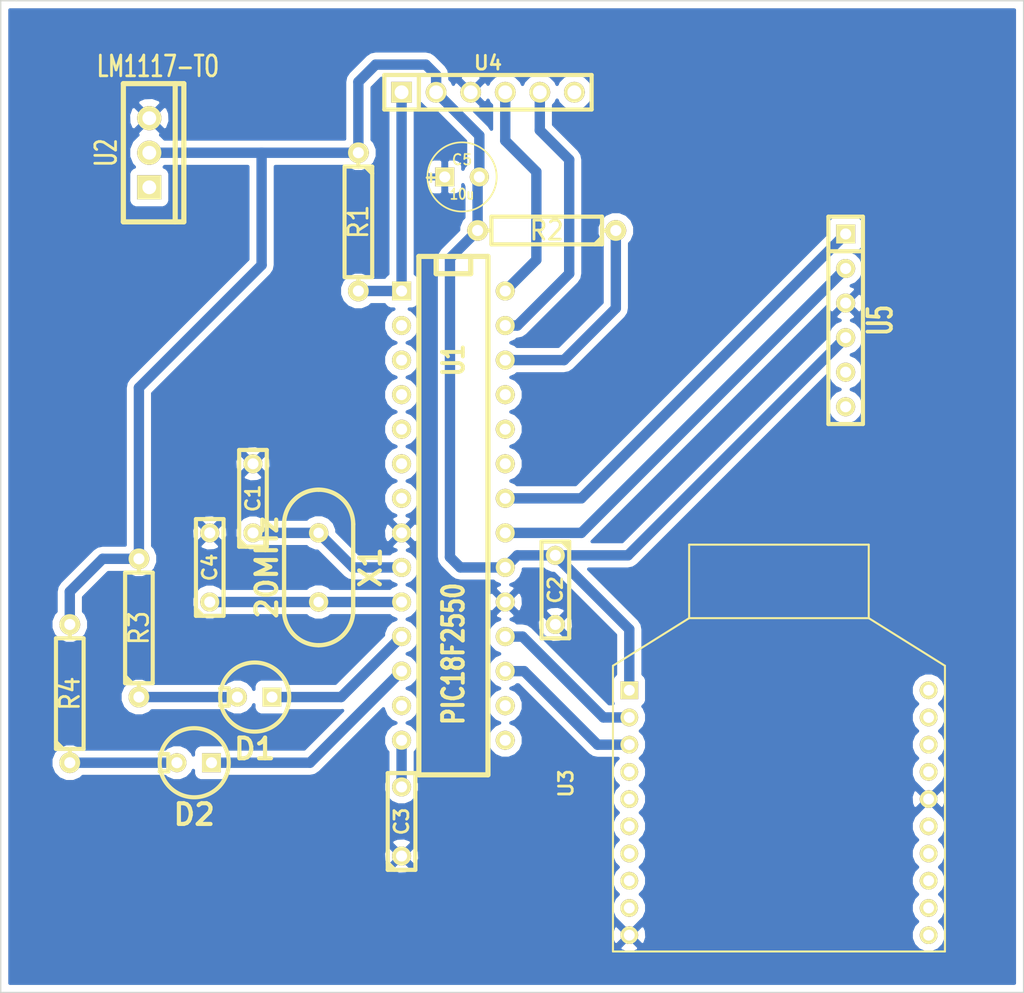
<source format=kicad_pcb>
(kicad_pcb (version 3) (host pcbnew "(2013-07-07 BZR 4022)-stable")

  (general
    (links 39)
    (no_connects 0)
    (area 124.155999 62.560999 199.440001 135.559001)
    (thickness 1.6)
    (drawings 5)
    (tracks 63)
    (zones 0)
    (modules 17)
    (nets 18)
  )

  (page A4)
  (title_block 
    (title Proyecto)
  )

  (layers
    (15 F.Cu signal)
    (0 B.Cu signal)
    (16 B.Adhes user)
    (17 F.Adhes user)
    (18 B.Paste user)
    (19 F.Paste user)
    (20 B.SilkS user)
    (21 F.SilkS user)
    (22 B.Mask user)
    (23 F.Mask user)
    (24 Dwgs.User user)
    (25 Cmts.User user)
    (26 Eco1.User user)
    (27 Eco2.User user)
    (28 Edge.Cuts user)
  )

  (setup
    (last_trace_width 0.254)
    (user_trace_width 0.254)
    (user_trace_width 0.762)
    (user_trace_width 1.27)
    (user_trace_width 1.778)
    (user_trace_width 2.54)
    (trace_clearance 0.381)
    (zone_clearance 0.508)
    (zone_45_only no)
    (trace_min 0.254)
    (segment_width 0.2)
    (edge_width 0.1)
    (via_size 0.889)
    (via_drill 0.635)
    (via_min_size 0.889)
    (via_min_drill 0.508)
    (uvia_size 0.508)
    (uvia_drill 0.127)
    (uvias_allowed no)
    (uvia_min_size 0.508)
    (uvia_min_drill 0.127)
    (pcb_text_width 0.3)
    (pcb_text_size 1.5 1.5)
    (mod_edge_width 0.15)
    (mod_text_size 1 1)
    (mod_text_width 0.15)
    (pad_size 1.778 1.778)
    (pad_drill 1.016)
    (pad_to_mask_clearance 0)
    (aux_axis_origin 0 0)
    (visible_elements 7FFFFFFF)
    (pcbplotparams
      (layerselection 536838145)
      (usegerberextensions true)
      (excludeedgelayer true)
      (linewidth 0.150000)
      (plotframeref false)
      (viasonmask false)
      (mode 1)
      (useauxorigin false)
      (hpglpennumber 1)
      (hpglpenspeed 20)
      (hpglpendiameter 15)
      (hpglpenoverlay 2)
      (psnegative false)
      (psa4output false)
      (plotreference true)
      (plotvalue true)
      (plotothertext true)
      (plotinvisibletext false)
      (padsonsilk false)
      (subtractmaskfromsilk false)
      (outputformat 1)
      (mirror false)
      (drillshape 0)
      (scaleselection 1)
      (outputdirectory ""))
  )

  (net 0 "")
  (net 1 /3V3)
  (net 2 /MCLR)
  (net 3 /PGC)
  (net 4 /PGD)
  (net 5 /RX)
  (net 6 /SCL)
  (net 7 /SDA)
  (net 8 /TX)
  (net 9 GND)
  (net 10 N-0000029)
  (net 11 N-0000030)
  (net 12 N-0000038)
  (net 13 N-0000044)
  (net 14 N-0000045)
  (net 15 N-0000046)
  (net 16 N-0000047)
  (net 17 N-0000048)

  (net_class Default "This is the default net class."
    (clearance 0.381)
    (trace_width 0.254)
    (via_dia 0.889)
    (via_drill 0.635)
    (uvia_dia 0.508)
    (uvia_drill 0.127)
    (add_net "")
    (add_net /3V3)
    (add_net /MCLR)
    (add_net /PGC)
    (add_net /PGD)
    (add_net /RX)
    (add_net /SCL)
    (add_net /SDA)
    (add_net /TX)
    (add_net GND)
    (add_net N-0000029)
    (add_net N-0000030)
    (add_net N-0000038)
    (add_net N-0000044)
    (add_net N-0000045)
    (add_net N-0000046)
    (add_net N-0000047)
    (add_net N-0000048)
  )

  (net_class pistas ""
    (clearance 0.381)
    (trace_width 1.27)
    (via_dia 0.889)
    (via_drill 0.635)
    (uvia_dia 0.508)
    (uvia_drill 0.127)
  )

  (module SIL-6 (layer F.Cu) (tedit 200000) (tstamp 546C6022)
    (at 186.309 86.106 270)
    (descr "Connecteur 6 pins")
    (tags "CONN DEV")
    (path /546C5A9E)
    (fp_text reference U5 (at 0 -2.54 270) (layer F.SilkS)
      (effects (font (size 1.72974 1.08712) (thickness 0.3048)))
    )
    (fp_text value POLOLUV1 (at 0 -2.54 270) (layer F.SilkS) hide
      (effects (font (size 1.524 1.016) (thickness 0.3048)))
    )
    (fp_line (start -7.62 1.27) (end -7.62 -1.27) (layer F.SilkS) (width 0.3048))
    (fp_line (start -7.62 -1.27) (end 7.62 -1.27) (layer F.SilkS) (width 0.3048))
    (fp_line (start 7.62 -1.27) (end 7.62 1.27) (layer F.SilkS) (width 0.3048))
    (fp_line (start 7.62 1.27) (end -7.62 1.27) (layer F.SilkS) (width 0.3048))
    (fp_line (start -5.08 1.27) (end -5.08 -1.27) (layer F.SilkS) (width 0.3048))
    (pad 1 thru_hole rect (at -6.35 0 270) (size 1.397 1.397) (drill 0.8128)
      (layers *.Cu *.Mask F.SilkS)
      (net 6 /SCL)
    )
    (pad 2 thru_hole circle (at -3.81 0 270) (size 1.397 1.397) (drill 0.8128)
      (layers *.Cu *.Mask F.SilkS)
      (net 7 /SDA)
    )
    (pad 3 thru_hole circle (at -1.27 0 270) (size 1.397 1.397) (drill 0.8128)
      (layers *.Cu *.Mask F.SilkS)
      (net 9 GND)
    )
    (pad 4 thru_hole circle (at 1.27 0 270) (size 1.397 1.397) (drill 0.8128)
      (layers *.Cu *.Mask F.SilkS)
      (net 1 /3V3)
    )
    (pad 5 thru_hole circle (at 3.81 0 270) (size 1.397 1.397) (drill 0.8128)
      (layers *.Cu *.Mask F.SilkS)
    )
    (pad 6 thru_hole circle (at 6.35 0 270) (size 1.397 1.397) (drill 0.8128)
      (layers *.Cu *.Mask F.SilkS)
    )
  )

  (module RN42XV (layer F.Cu) (tedit 546B9D21) (tstamp 546C6044)
    (at 181.356 120.142 90)
    (descr "Pin strip 2mm 10x2pin")
    (tags "CONN DEV")
    (path /546C5BBA)
    (fp_text reference U3 (at 0 -15.6 90) (layer F.SilkS)
      (effects (font (size 1.016 1.016) (thickness 0.2032)))
    )
    (fp_text value RN42XV (at 0 -14 90) (layer F.SilkS) hide
      (effects (font (size 1.016 0.889) (thickness 0.2032)))
    )
    (fp_line (start 12.15 -6.55) (end 17.55 -6.55) (layer F.SilkS) (width 0.15))
    (fp_line (start 17.55 -6.55) (end 17.55 6.65) (layer F.SilkS) (width 0.15))
    (fp_line (start 17.55 6.65) (end 12.15 6.65) (layer F.SilkS) (width 0.15))
    (fp_line (start 8.65 12.25) (end 12.15 6.65) (layer F.SilkS) (width 0.15))
    (fp_line (start 12.15 6.65) (end 12.15 -6.55) (layer F.SilkS) (width 0.15))
    (fp_line (start 12.15 -6.55) (end 8.65 -12.15) (layer F.SilkS) (width 0.15))
    (fp_line (start -12.35 -12.15) (end 8.05 -12.15) (layer F.SilkS) (width 0.15))
    (fp_line (start 8.05 -12.15) (end 8.65 -12.15) (layer F.SilkS) (width 0.15))
    (fp_line (start -12.35 -12.15) (end -12.35 12.25) (layer F.SilkS) (width 0.15))
    (fp_line (start 8.65 12.25) (end -12.35 12.25) (layer F.SilkS) (width 0.15))
    (pad 1 thru_hole rect (at 6.85 -10.95 270) (size 1.3 1.3) (drill 0.8)
      (layers *.Cu *.Mask F.SilkS)
      (net 1 /3V3)
    )
    (pad 20 thru_hole circle (at 6.85 11.05 270) (size 1.3 1.3) (drill 0.8)
      (layers *.Cu *.Mask F.SilkS)
    )
    (pad 2 thru_hole circle (at 4.85 -10.95 270) (size 1.3 1.3) (drill 0.8)
      (layers *.Cu *.Mask F.SilkS)
      (net 5 /RX)
    )
    (pad 19 thru_hole circle (at 4.85 11.05 270) (size 1.3 1.3) (drill 0.8)
      (layers *.Cu *.Mask F.SilkS)
    )
    (pad 3 thru_hole circle (at 2.85 -10.95 270) (size 1.3 1.3) (drill 0.8)
      (layers *.Cu *.Mask F.SilkS)
      (net 8 /TX)
    )
    (pad 18 thru_hole circle (at 2.85 11.05 270) (size 1.3 1.3) (drill 0.8)
      (layers *.Cu *.Mask F.SilkS)
    )
    (pad 4 thru_hole circle (at 0.85 -10.95 270) (size 1.3 1.3) (drill 0.8)
      (layers *.Cu *.Mask F.SilkS)
    )
    (pad 17 thru_hole circle (at 0.85 11.05 270) (size 1.3 1.3) (drill 0.8)
      (layers *.Cu *.Mask F.SilkS)
    )
    (pad 5 thru_hole circle (at -1.15 -10.95 270) (size 1.3 1.3) (drill 0.8)
      (layers *.Cu *.Mask F.SilkS)
    )
    (pad 16 thru_hole circle (at -1.15 11.05 270) (size 1.3 1.3) (drill 0.8)
      (layers *.Cu *.Mask F.SilkS)
      (net 9 GND)
    )
    (pad 6 thru_hole circle (at -3.15 -10.95 270) (size 1.3 1.3) (drill 0.8)
      (layers *.Cu *.Mask F.SilkS)
    )
    (pad 15 thru_hole circle (at -3.15 11.05 270) (size 1.3 1.3) (drill 0.8)
      (layers *.Cu *.Mask F.SilkS)
    )
    (pad 7 thru_hole circle (at -5.15 -10.95 270) (size 1.3 1.3) (drill 0.8)
      (layers *.Cu *.Mask F.SilkS)
    )
    (pad 14 thru_hole circle (at -5.15 11.05 270) (size 1.3 1.3) (drill 0.8)
      (layers *.Cu *.Mask F.SilkS)
    )
    (pad 8 thru_hole circle (at -7.15 -10.95 270) (size 1.3 1.3) (drill 0.8)
      (layers *.Cu *.Mask F.SilkS)
    )
    (pad 13 thru_hole circle (at -7.15 11.05 270) (size 1.3 1.3) (drill 0.8)
      (layers *.Cu *.Mask F.SilkS)
    )
    (pad 9 thru_hole circle (at -9.15 -10.95 270) (size 1.3 1.3) (drill 0.8)
      (layers *.Cu *.Mask F.SilkS)
    )
    (pad 12 thru_hole circle (at -9.15 11.05 270) (size 1.3 1.3) (drill 0.8)
      (layers *.Cu *.Mask F.SilkS)
    )
    (pad 10 thru_hole circle (at -11.15 -10.95 270) (size 1.3 1.3) (drill 0.8)
      (layers *.Cu *.Mask F.SilkS)
      (net 9 GND)
    )
    (pad 11 thru_hole circle (at -11.15 11.05 270) (size 1.3 1.3) (drill 0.8)
      (layers *.Cu *.Mask F.SilkS)
    )
    (model walter/pin_strip/pin_strip_2mm_10x2.wrl
      (at (xyz 0 0 0))
      (scale (xyz 1 1 1))
      (rotate (xyz 0 0 0))
    )
  )

  (module R4 (layer F.Cu) (tedit 200000) (tstamp 546C6052)
    (at 150.495 78.867 270)
    (descr "Resitance 4 pas")
    (tags R)
    (path /546C52D6)
    (autoplace_cost180 10)
    (fp_text reference R1 (at 0 0 270) (layer F.SilkS)
      (effects (font (size 1.397 1.27) (thickness 0.2032)))
    )
    (fp_text value 10k (at 0 0 270) (layer F.SilkS) hide
      (effects (font (size 1.397 1.27) (thickness 0.2032)))
    )
    (fp_line (start -5.08 0) (end -4.064 0) (layer F.SilkS) (width 0.3048))
    (fp_line (start -4.064 0) (end -4.064 -1.016) (layer F.SilkS) (width 0.3048))
    (fp_line (start -4.064 -1.016) (end 4.064 -1.016) (layer F.SilkS) (width 0.3048))
    (fp_line (start 4.064 -1.016) (end 4.064 1.016) (layer F.SilkS) (width 0.3048))
    (fp_line (start 4.064 1.016) (end -4.064 1.016) (layer F.SilkS) (width 0.3048))
    (fp_line (start -4.064 1.016) (end -4.064 0) (layer F.SilkS) (width 0.3048))
    (fp_line (start -4.064 -0.508) (end -3.556 -1.016) (layer F.SilkS) (width 0.3048))
    (fp_line (start 5.08 0) (end 4.064 0) (layer F.SilkS) (width 0.3048))
    (pad 1 thru_hole circle (at -5.08 0 270) (size 1.524 1.524) (drill 0.8128)
      (layers *.Cu *.Mask F.SilkS)
      (net 1 /3V3)
    )
    (pad 2 thru_hole circle (at 5.08 0 270) (size 1.524 1.524) (drill 0.8128)
      (layers *.Cu *.Mask F.SilkS)
      (net 2 /MCLR)
    )
    (model discret/resistor.wrl
      (at (xyz 0 0 0))
      (scale (xyz 0.4 0.4 0.4))
      (rotate (xyz 0 0 0))
    )
  )

  (module R4 (layer F.Cu) (tedit 200000) (tstamp 546C6060)
    (at 164.338 79.502 180)
    (descr "Resitance 4 pas")
    (tags R)
    (path /546C5725)
    (autoplace_cost180 10)
    (fp_text reference R2 (at 0 0 180) (layer F.SilkS)
      (effects (font (size 1.397 1.27) (thickness 0.2032)))
    )
    (fp_text value 10k (at 0 0 180) (layer F.SilkS) hide
      (effects (font (size 1.397 1.27) (thickness 0.2032)))
    )
    (fp_line (start -5.08 0) (end -4.064 0) (layer F.SilkS) (width 0.3048))
    (fp_line (start -4.064 0) (end -4.064 -1.016) (layer F.SilkS) (width 0.3048))
    (fp_line (start -4.064 -1.016) (end 4.064 -1.016) (layer F.SilkS) (width 0.3048))
    (fp_line (start 4.064 -1.016) (end 4.064 1.016) (layer F.SilkS) (width 0.3048))
    (fp_line (start 4.064 1.016) (end -4.064 1.016) (layer F.SilkS) (width 0.3048))
    (fp_line (start -4.064 1.016) (end -4.064 0) (layer F.SilkS) (width 0.3048))
    (fp_line (start -4.064 -0.508) (end -3.556 -1.016) (layer F.SilkS) (width 0.3048))
    (fp_line (start 5.08 0) (end 4.064 0) (layer F.SilkS) (width 0.3048))
    (pad 1 thru_hole circle (at -5.08 0 180) (size 1.524 1.524) (drill 0.8128)
      (layers *.Cu *.Mask F.SilkS)
      (net 13 N-0000044)
    )
    (pad 2 thru_hole circle (at 5.08 0 180) (size 1.524 1.524) (drill 0.8128)
      (layers *.Cu *.Mask F.SilkS)
      (net 1 /3V3)
    )
    (model discret/resistor.wrl
      (at (xyz 0 0 0))
      (scale (xyz 0.4 0.4 0.4))
      (rotate (xyz 0 0 0))
    )
  )

  (module R4 (layer F.Cu) (tedit 200000) (tstamp 546C606E)
    (at 129.286 113.538 90)
    (descr "Resitance 4 pas")
    (tags R)
    (path /546C5577)
    (autoplace_cost180 10)
    (fp_text reference R4 (at 0 0 90) (layer F.SilkS)
      (effects (font (size 1.397 1.27) (thickness 0.2032)))
    )
    (fp_text value 330 (at 0 0 90) (layer F.SilkS) hide
      (effects (font (size 1.397 1.27) (thickness 0.2032)))
    )
    (fp_line (start -5.08 0) (end -4.064 0) (layer F.SilkS) (width 0.3048))
    (fp_line (start -4.064 0) (end -4.064 -1.016) (layer F.SilkS) (width 0.3048))
    (fp_line (start -4.064 -1.016) (end 4.064 -1.016) (layer F.SilkS) (width 0.3048))
    (fp_line (start 4.064 -1.016) (end 4.064 1.016) (layer F.SilkS) (width 0.3048))
    (fp_line (start 4.064 1.016) (end -4.064 1.016) (layer F.SilkS) (width 0.3048))
    (fp_line (start -4.064 1.016) (end -4.064 0) (layer F.SilkS) (width 0.3048))
    (fp_line (start -4.064 -0.508) (end -3.556 -1.016) (layer F.SilkS) (width 0.3048))
    (fp_line (start 5.08 0) (end 4.064 0) (layer F.SilkS) (width 0.3048))
    (pad 1 thru_hole circle (at -5.08 0 90) (size 1.524 1.524) (drill 0.8128)
      (layers *.Cu *.Mask F.SilkS)
      (net 17 N-0000048)
    )
    (pad 2 thru_hole circle (at 5.08 0 90) (size 1.524 1.524) (drill 0.8128)
      (layers *.Cu *.Mask F.SilkS)
      (net 1 /3V3)
    )
    (model discret/resistor.wrl
      (at (xyz 0 0 0))
      (scale (xyz 0.4 0.4 0.4))
      (rotate (xyz 0 0 0))
    )
  )

  (module R4 (layer F.Cu) (tedit 200000) (tstamp 546C607C)
    (at 134.366 108.712 90)
    (descr "Resitance 4 pas")
    (tags R)
    (path /546C5568)
    (autoplace_cost180 10)
    (fp_text reference R3 (at 0 0 90) (layer F.SilkS)
      (effects (font (size 1.397 1.27) (thickness 0.2032)))
    )
    (fp_text value 330 (at 0 0 90) (layer F.SilkS) hide
      (effects (font (size 1.397 1.27) (thickness 0.2032)))
    )
    (fp_line (start -5.08 0) (end -4.064 0) (layer F.SilkS) (width 0.3048))
    (fp_line (start -4.064 0) (end -4.064 -1.016) (layer F.SilkS) (width 0.3048))
    (fp_line (start -4.064 -1.016) (end 4.064 -1.016) (layer F.SilkS) (width 0.3048))
    (fp_line (start 4.064 -1.016) (end 4.064 1.016) (layer F.SilkS) (width 0.3048))
    (fp_line (start 4.064 1.016) (end -4.064 1.016) (layer F.SilkS) (width 0.3048))
    (fp_line (start -4.064 1.016) (end -4.064 0) (layer F.SilkS) (width 0.3048))
    (fp_line (start -4.064 -0.508) (end -3.556 -1.016) (layer F.SilkS) (width 0.3048))
    (fp_line (start 5.08 0) (end 4.064 0) (layer F.SilkS) (width 0.3048))
    (pad 1 thru_hole circle (at -5.08 0 90) (size 1.524 1.524) (drill 0.8128)
      (layers *.Cu *.Mask F.SilkS)
      (net 16 N-0000047)
    )
    (pad 2 thru_hole circle (at 5.08 0 90) (size 1.524 1.524) (drill 0.8128)
      (layers *.Cu *.Mask F.SilkS)
      (net 1 /3V3)
    )
    (model discret/resistor.wrl
      (at (xyz 0 0 0))
      (scale (xyz 0.4 0.4 0.4))
      (rotate (xyz 0 0 0))
    )
  )

  (module PIN_ARRAY-6X1 (layer F.Cu) (tedit 41402119) (tstamp 546C608B)
    (at 160.02 69.342)
    (descr "Connecteur 6 pins")
    (tags "CONN DEV")
    (path /546C581A)
    (fp_text reference U4 (at 0 -2.159) (layer F.SilkS)
      (effects (font (size 1.016 1.016) (thickness 0.2032)))
    )
    (fp_text value PICKIT3 (at 0 2.159) (layer F.SilkS) hide
      (effects (font (size 1.016 0.889) (thickness 0.2032)))
    )
    (fp_line (start -7.62 1.27) (end -7.62 -1.27) (layer F.SilkS) (width 0.3048))
    (fp_line (start -7.62 -1.27) (end 7.62 -1.27) (layer F.SilkS) (width 0.3048))
    (fp_line (start 7.62 -1.27) (end 7.62 1.27) (layer F.SilkS) (width 0.3048))
    (fp_line (start 7.62 1.27) (end -7.62 1.27) (layer F.SilkS) (width 0.3048))
    (fp_line (start -5.08 1.27) (end -5.08 -1.27) (layer F.SilkS) (width 0.3048))
    (pad 1 thru_hole rect (at -6.35 0) (size 1.524 1.524) (drill 1.016)
      (layers *.Cu *.Mask F.SilkS)
      (net 2 /MCLR)
    )
    (pad 2 thru_hole circle (at -3.81 0) (size 1.524 1.524) (drill 1.016)
      (layers *.Cu *.Mask F.SilkS)
      (net 1 /3V3)
    )
    (pad 3 thru_hole circle (at -1.27 0) (size 1.524 1.524) (drill 1.016)
      (layers *.Cu *.Mask F.SilkS)
      (net 9 GND)
    )
    (pad 4 thru_hole circle (at 1.27 0) (size 1.524 1.524) (drill 1.016)
      (layers *.Cu *.Mask F.SilkS)
      (net 4 /PGD)
    )
    (pad 5 thru_hole circle (at 3.81 0) (size 1.524 1.524) (drill 1.016)
      (layers *.Cu *.Mask F.SilkS)
      (net 3 /PGC)
    )
    (pad 6 thru_hole circle (at 6.35 0) (size 1.524 1.524) (drill 1.016)
      (layers *.Cu *.Mask F.SilkS)
    )
    (model pin_array/pins_array_6x1.wrl
      (at (xyz 0 0 0))
      (scale (xyz 1 1 1))
      (rotate (xyz 0 0 0))
    )
  )

  (module LEDV (layer F.Cu) (tedit 200000) (tstamp 546C6095)
    (at 138.43 118.618 180)
    (descr "Led verticale diam 6mm")
    (tags "LED DEV")
    (path /546C5545)
    (fp_text reference D2 (at 0 -3.81 180) (layer F.SilkS)
      (effects (font (size 1.524 1.524) (thickness 0.3048)))
    )
    (fp_text value LED (at 0 -3.81 180) (layer F.SilkS) hide
      (effects (font (size 1.524 1.524) (thickness 0.3048)))
    )
    (fp_circle (center 0 0) (end -2.54 0) (layer F.SilkS) (width 0.3048))
    (fp_line (start 2.54 -0.635) (end 1.905 -0.635) (layer F.SilkS) (width 0.3048))
    (fp_line (start 1.905 -0.635) (end 1.905 0.635) (layer F.SilkS) (width 0.3048))
    (fp_line (start 1.905 0.635) (end 2.54 0.635) (layer F.SilkS) (width 0.3048))
    (pad 1 thru_hole rect (at -1.27 0 180) (size 1.397 1.397) (drill 0.8128)
      (layers *.Cu *.Mask F.SilkS)
      (net 15 N-0000046)
    )
    (pad 2 thru_hole circle (at 1.27 0 180) (size 1.397 1.397) (drill 0.8128)
      (layers *.Cu *.Mask F.SilkS)
      (net 17 N-0000048)
    )
    (model discret/led5_vertical.wrl
      (at (xyz 0 0 0))
      (scale (xyz 1 1 1))
      (rotate (xyz 0 0 0))
    )
  )

  (module LEDV (layer F.Cu) (tedit 200000) (tstamp 546C609F)
    (at 142.875 113.792 180)
    (descr "Led verticale diam 6mm")
    (tags "LED DEV")
    (path /546C5536)
    (fp_text reference D1 (at 0 -3.81 180) (layer F.SilkS)
      (effects (font (size 1.524 1.524) (thickness 0.3048)))
    )
    (fp_text value LED (at 0 -3.81 180) (layer F.SilkS) hide
      (effects (font (size 1.524 1.524) (thickness 0.3048)))
    )
    (fp_circle (center 0 0) (end -2.54 0) (layer F.SilkS) (width 0.3048))
    (fp_line (start 2.54 -0.635) (end 1.905 -0.635) (layer F.SilkS) (width 0.3048))
    (fp_line (start 1.905 -0.635) (end 1.905 0.635) (layer F.SilkS) (width 0.3048))
    (fp_line (start 1.905 0.635) (end 2.54 0.635) (layer F.SilkS) (width 0.3048))
    (pad 1 thru_hole rect (at -1.27 0 180) (size 1.397 1.397) (drill 0.8128)
      (layers *.Cu *.Mask F.SilkS)
      (net 14 N-0000045)
    )
    (pad 2 thru_hole circle (at 1.27 0 180) (size 1.397 1.397) (drill 0.8128)
      (layers *.Cu *.Mask F.SilkS)
      (net 16 N-0000047)
    )
    (model discret/led5_vertical.wrl
      (at (xyz 0 0 0))
      (scale (xyz 1 1 1))
      (rotate (xyz 0 0 0))
    )
  )

  (module HC-49V (layer F.Cu) (tedit 4C5EC450) (tstamp 546C60AB)
    (at 147.574 104.267 270)
    (descr "Quartz boitier HC-49 Vertical")
    (tags "QUARTZ DEV")
    (path /546C543E)
    (autoplace_cost180 10)
    (fp_text reference X1 (at 0 -3.81 270) (layer F.SilkS)
      (effects (font (size 1.524 1.524) (thickness 0.3048)))
    )
    (fp_text value 20MHz (at 0 3.81 270) (layer F.SilkS)
      (effects (font (size 1.524 1.524) (thickness 0.3048)))
    )
    (fp_line (start -3.175 2.54) (end 3.175 2.54) (layer F.SilkS) (width 0.3175))
    (fp_line (start -3.175 -2.54) (end 3.175 -2.54) (layer F.SilkS) (width 0.3175))
    (fp_arc (start 3.175 0) (end 3.175 -2.54) (angle 90) (layer F.SilkS) (width 0.3175))
    (fp_arc (start 3.175 0) (end 5.715 0) (angle 90) (layer F.SilkS) (width 0.3175))
    (fp_arc (start -3.175 0) (end -5.715 0) (angle 90) (layer F.SilkS) (width 0.3175))
    (fp_arc (start -3.175 0) (end -3.175 2.54) (angle 90) (layer F.SilkS) (width 0.3175))
    (pad 1 thru_hole circle (at -2.54 0 270) (size 1.4224 1.4224) (drill 0.762)
      (layers *.Cu *.Mask F.SilkS)
      (net 11 N-0000030)
    )
    (pad 2 thru_hole circle (at 2.54 0 270) (size 1.4224 1.4224) (drill 0.762)
      (layers *.Cu *.Mask F.SilkS)
      (net 12 N-0000038)
    )
    (model discret/xtal/crystal_hc18u_vertical.wrl
      (at (xyz 0 0 0))
      (scale (xyz 1 1 0.2))
      (rotate (xyz 0 0 0))
    )
  )

  (module DIP-28__300 (layer F.Cu) (tedit 200000) (tstamp 546C60D2)
    (at 157.48 100.457 270)
    (descr "28 pins DIL package, round pads, width 300mil")
    (tags DIL)
    (path /546C52AD)
    (fp_text reference U1 (at -11.43 0 270) (layer F.SilkS)
      (effects (font (size 1.524 1.143) (thickness 0.3048)))
    )
    (fp_text value PIC18F2550 (at 10.16 0 270) (layer F.SilkS)
      (effects (font (size 1.524 1.143) (thickness 0.3048)))
    )
    (fp_line (start -19.05 -2.54) (end 19.05 -2.54) (layer F.SilkS) (width 0.381))
    (fp_line (start 19.05 -2.54) (end 19.05 2.54) (layer F.SilkS) (width 0.381))
    (fp_line (start 19.05 2.54) (end -19.05 2.54) (layer F.SilkS) (width 0.381))
    (fp_line (start -19.05 2.54) (end -19.05 -2.54) (layer F.SilkS) (width 0.381))
    (fp_line (start -19.05 -1.27) (end -17.78 -1.27) (layer F.SilkS) (width 0.381))
    (fp_line (start -17.78 -1.27) (end -17.78 1.27) (layer F.SilkS) (width 0.381))
    (fp_line (start -17.78 1.27) (end -19.05 1.27) (layer F.SilkS) (width 0.381))
    (pad 2 thru_hole circle (at -13.97 3.81 270) (size 1.397 1.397) (drill 0.8128)
      (layers *.Cu *.Mask F.SilkS)
    )
    (pad 3 thru_hole circle (at -11.43 3.81 270) (size 1.397 1.397) (drill 0.8128)
      (layers *.Cu *.Mask F.SilkS)
    )
    (pad 4 thru_hole circle (at -8.89 3.81 270) (size 1.397 1.397) (drill 0.8128)
      (layers *.Cu *.Mask F.SilkS)
    )
    (pad 5 thru_hole circle (at -6.35 3.81 270) (size 1.397 1.397) (drill 0.8128)
      (layers *.Cu *.Mask F.SilkS)
    )
    (pad 6 thru_hole circle (at -3.81 3.81 270) (size 1.397 1.397) (drill 0.8128)
      (layers *.Cu *.Mask F.SilkS)
    )
    (pad 7 thru_hole circle (at -1.27 3.81 270) (size 1.397 1.397) (drill 0.8128)
      (layers *.Cu *.Mask F.SilkS)
    )
    (pad 8 thru_hole circle (at 1.27 3.81 270) (size 1.397 1.397) (drill 0.8128)
      (layers *.Cu *.Mask F.SilkS)
      (net 9 GND)
    )
    (pad 9 thru_hole circle (at 3.81 3.81 270) (size 1.397 1.397) (drill 0.8128)
      (layers *.Cu *.Mask F.SilkS)
      (net 11 N-0000030)
    )
    (pad 10 thru_hole circle (at 6.35 3.81 270) (size 1.397 1.397) (drill 0.8128)
      (layers *.Cu *.Mask F.SilkS)
      (net 12 N-0000038)
    )
    (pad 11 thru_hole circle (at 8.89 3.81 270) (size 1.397 1.397) (drill 0.8128)
      (layers *.Cu *.Mask F.SilkS)
      (net 14 N-0000045)
    )
    (pad 12 thru_hole circle (at 11.43 3.81 270) (size 1.397 1.397) (drill 0.8128)
      (layers *.Cu *.Mask F.SilkS)
      (net 15 N-0000046)
    )
    (pad 13 thru_hole circle (at 13.97 3.81 270) (size 1.397 1.397) (drill 0.8128)
      (layers *.Cu *.Mask F.SilkS)
    )
    (pad 14 thru_hole circle (at 16.51 3.81 270) (size 1.397 1.397) (drill 0.8128)
      (layers *.Cu *.Mask F.SilkS)
      (net 10 N-0000029)
    )
    (pad 1 thru_hole rect (at -16.51 3.81 270) (size 1.397 1.397) (drill 0.8128)
      (layers *.Cu *.Mask F.SilkS)
      (net 2 /MCLR)
    )
    (pad 15 thru_hole circle (at 16.51 -3.81 270) (size 1.397 1.397) (drill 0.8128)
      (layers *.Cu *.Mask F.SilkS)
    )
    (pad 16 thru_hole circle (at 13.97 -3.81 270) (size 1.397 1.397) (drill 0.8128)
      (layers *.Cu *.Mask F.SilkS)
    )
    (pad 17 thru_hole circle (at 11.43 -3.81 270) (size 1.397 1.397) (drill 0.8128)
      (layers *.Cu *.Mask F.SilkS)
      (net 8 /TX)
    )
    (pad 18 thru_hole circle (at 8.89 -3.81 270) (size 1.397 1.397) (drill 0.8128)
      (layers *.Cu *.Mask F.SilkS)
      (net 5 /RX)
    )
    (pad 19 thru_hole circle (at 6.35 -3.81 270) (size 1.397 1.397) (drill 0.8128)
      (layers *.Cu *.Mask F.SilkS)
      (net 9 GND)
    )
    (pad 20 thru_hole circle (at 3.81 -3.81 270) (size 1.397 1.397) (drill 0.8128)
      (layers *.Cu *.Mask F.SilkS)
      (net 1 /3V3)
    )
    (pad 21 thru_hole circle (at 1.27 -3.81 270) (size 1.397 1.397) (drill 0.8128)
      (layers *.Cu *.Mask F.SilkS)
      (net 7 /SDA)
    )
    (pad 22 thru_hole circle (at -1.27 -3.81 270) (size 1.397 1.397) (drill 0.8128)
      (layers *.Cu *.Mask F.SilkS)
      (net 6 /SCL)
    )
    (pad 23 thru_hole circle (at -3.81 -3.81 270) (size 1.397 1.397) (drill 0.8128)
      (layers *.Cu *.Mask F.SilkS)
    )
    (pad 24 thru_hole circle (at -6.35 -3.81 270) (size 1.397 1.397) (drill 0.8128)
      (layers *.Cu *.Mask F.SilkS)
    )
    (pad 25 thru_hole circle (at -8.89 -3.81 270) (size 1.397 1.397) (drill 0.8128)
      (layers *.Cu *.Mask F.SilkS)
    )
    (pad 26 thru_hole circle (at -11.43 -3.81 270) (size 1.397 1.397) (drill 0.8128)
      (layers *.Cu *.Mask F.SilkS)
      (net 13 N-0000044)
    )
    (pad 27 thru_hole circle (at -13.97 -3.81 270) (size 1.397 1.397) (drill 0.8128)
      (layers *.Cu *.Mask F.SilkS)
      (net 3 /PGC)
    )
    (pad 28 thru_hole circle (at -16.51 -3.81 270) (size 1.397 1.397) (drill 0.8128)
      (layers *.Cu *.Mask F.SilkS)
      (net 4 /PGD)
    )
    (model dil/dil_28-w300.wrl
      (at (xyz 0 0 0))
      (scale (xyz 1 1 1))
      (rotate (xyz 0 0 0))
    )
  )

  (module C2 (layer F.Cu) (tedit 200000) (tstamp 546C60DD)
    (at 139.573 104.267 90)
    (descr "Condensateur = 2 pas")
    (tags C)
    (path /546C546B)
    (fp_text reference C4 (at 0 0 90) (layer F.SilkS)
      (effects (font (size 1.016 1.016) (thickness 0.2032)))
    )
    (fp_text value 22p (at 0 0 90) (layer F.SilkS) hide
      (effects (font (size 1.016 1.016) (thickness 0.2032)))
    )
    (fp_line (start -3.556 -1.016) (end 3.556 -1.016) (layer F.SilkS) (width 0.3048))
    (fp_line (start 3.556 -1.016) (end 3.556 1.016) (layer F.SilkS) (width 0.3048))
    (fp_line (start 3.556 1.016) (end -3.556 1.016) (layer F.SilkS) (width 0.3048))
    (fp_line (start -3.556 1.016) (end -3.556 -1.016) (layer F.SilkS) (width 0.3048))
    (fp_line (start -3.556 -0.508) (end -3.048 -1.016) (layer F.SilkS) (width 0.3048))
    (pad 1 thru_hole circle (at -2.54 0 90) (size 1.397 1.397) (drill 0.8128)
      (layers *.Cu *.Mask F.SilkS)
      (net 12 N-0000038)
    )
    (pad 2 thru_hole circle (at 2.54 0 90) (size 1.397 1.397) (drill 0.8128)
      (layers *.Cu *.Mask F.SilkS)
      (net 9 GND)
    )
    (model discret/capa_2pas_5x5mm.wrl
      (at (xyz 0 0 0))
      (scale (xyz 1 1 1))
      (rotate (xyz 0 0 0))
    )
  )

  (module C2 (layer F.Cu) (tedit 546C60B2) (tstamp 546C60E8)
    (at 142.748 99.187 90)
    (descr "Condensateur = 2 pas")
    (tags C)
    (path /546C545C)
    (fp_text reference C1 (at 0 0 90) (layer F.SilkS)
      (effects (font (size 1.016 1.016) (thickness 0.2032)))
    )
    (fp_text value 22p (at 0 0 90) (layer F.SilkS) hide
      (effects (font (size 1.016 1.016) (thickness 0.2032)))
    )
    (fp_line (start -3.556 -1.016) (end 3.556 -1.016) (layer F.SilkS) (width 0.3048))
    (fp_line (start 3.556 -1.016) (end 3.556 1.016) (layer F.SilkS) (width 0.3048))
    (fp_line (start 3.556 1.016) (end -3.556 1.016) (layer F.SilkS) (width 0.3048))
    (fp_line (start -3.556 1.016) (end -3.556 -1.016) (layer F.SilkS) (width 0.3048))
    (fp_line (start -3.556 -0.508) (end -3.048 -1.016) (layer F.SilkS) (width 0.3048))
    (pad 1 thru_hole circle (at -2.54 0 90) (size 1.397 1.397) (drill 0.8128)
      (layers *.Cu *.Mask F.SilkS)
      (net 11 N-0000030)
    )
    (pad 2 thru_hole circle (at 2.54 0 90) (size 1.397 1.397) (drill 0.8128)
      (layers *.Cu *.Mask F.SilkS)
      (net 9 GND)
    )
    (model discret/capa_2pas_5x5mm.wrl
      (at (xyz 0 0 0))
      (scale (xyz 1 1 1))
      (rotate (xyz 0 0 0))
    )
  )

  (module C2 (layer F.Cu) (tedit 200000) (tstamp 546C6A1B)
    (at 153.67 122.936 90)
    (descr "Condensateur = 2 pas")
    (tags C)
    (path /546C53D4)
    (fp_text reference C3 (at 0 0 90) (layer F.SilkS)
      (effects (font (size 1.016 1.016) (thickness 0.2032)))
    )
    (fp_text value 470n (at 0 0 90) (layer F.SilkS) hide
      (effects (font (size 1.016 1.016) (thickness 0.2032)))
    )
    (fp_line (start -3.556 -1.016) (end 3.556 -1.016) (layer F.SilkS) (width 0.3048))
    (fp_line (start 3.556 -1.016) (end 3.556 1.016) (layer F.SilkS) (width 0.3048))
    (fp_line (start 3.556 1.016) (end -3.556 1.016) (layer F.SilkS) (width 0.3048))
    (fp_line (start -3.556 1.016) (end -3.556 -1.016) (layer F.SilkS) (width 0.3048))
    (fp_line (start -3.556 -0.508) (end -3.048 -1.016) (layer F.SilkS) (width 0.3048))
    (pad 1 thru_hole circle (at -2.54 0 90) (size 1.397 1.397) (drill 0.8128)
      (layers *.Cu *.Mask F.SilkS)
      (net 9 GND)
    )
    (pad 2 thru_hole circle (at 2.54 0 90) (size 1.397 1.397) (drill 0.8128)
      (layers *.Cu *.Mask F.SilkS)
      (net 10 N-0000029)
    )
    (model discret/capa_2pas_5x5mm.wrl
      (at (xyz 0 0 0))
      (scale (xyz 1 1 1))
      (rotate (xyz 0 0 0))
    )
  )

  (module C2 (layer F.Cu) (tedit 200000) (tstamp 546C60FE)
    (at 164.973 105.918 270)
    (descr "Condensateur = 2 pas")
    (tags C)
    (path /546C52F4)
    (fp_text reference C2 (at 0 0 270) (layer F.SilkS)
      (effects (font (size 1.016 1.016) (thickness 0.2032)))
    )
    (fp_text value 100n (at 0 0 270) (layer F.SilkS) hide
      (effects (font (size 1.016 1.016) (thickness 0.2032)))
    )
    (fp_line (start -3.556 -1.016) (end 3.556 -1.016) (layer F.SilkS) (width 0.3048))
    (fp_line (start 3.556 -1.016) (end 3.556 1.016) (layer F.SilkS) (width 0.3048))
    (fp_line (start 3.556 1.016) (end -3.556 1.016) (layer F.SilkS) (width 0.3048))
    (fp_line (start -3.556 1.016) (end -3.556 -1.016) (layer F.SilkS) (width 0.3048))
    (fp_line (start -3.556 -0.508) (end -3.048 -1.016) (layer F.SilkS) (width 0.3048))
    (pad 1 thru_hole circle (at -2.54 0 270) (size 1.397 1.397) (drill 0.8128)
      (layers *.Cu *.Mask F.SilkS)
      (net 1 /3V3)
    )
    (pad 2 thru_hole circle (at 2.54 0 270) (size 1.397 1.397) (drill 0.8128)
      (layers *.Cu *.Mask F.SilkS)
      (net 9 GND)
    )
    (model discret/capa_2pas_5x5mm.wrl
      (at (xyz 0 0 0))
      (scale (xyz 1 1 1))
      (rotate (xyz 0 0 0))
    )
  )

  (module C1V5 (layer F.Cu) (tedit 3E070CF4) (tstamp 546C6106)
    (at 158.115 75.565)
    (descr "Condensateur e = 1 pas")
    (tags C)
    (path /546C5829)
    (fp_text reference C5 (at 0 -1.26746) (layer F.SilkS)
      (effects (font (size 0.762 0.762) (thickness 0.127)))
    )
    (fp_text value 10u (at 0 1.27) (layer F.SilkS)
      (effects (font (size 0.762 0.635) (thickness 0.127)))
    )
    (fp_text user + (at -2.286 0) (layer F.SilkS)
      (effects (font (size 0.762 0.762) (thickness 0.2032)))
    )
    (fp_circle (center 0 0) (end 0.127 -2.54) (layer F.SilkS) (width 0.127))
    (pad 1 thru_hole rect (at -1.27 0) (size 1.397 1.397) (drill 0.8128)
      (layers *.Cu *.Mask F.SilkS)
      (net 9 GND)
    )
    (pad 2 thru_hole circle (at 1.27 0) (size 1.397 1.397) (drill 0.8128)
      (layers *.Cu *.Mask F.SilkS)
      (net 1 /3V3)
    )
    (model discret/c_vert_c1v5.wrl
      (at (xyz 0 0 0))
      (scale (xyz 1 1 1))
      (rotate (xyz 0 0 0))
    )
  )

  (module TO220_VERT_a (layer F.Cu) (tedit 546C6F83) (tstamp 546D2946)
    (at 135.128 73.787)
    (descr "Regulateur TO220 serie LM78xx")
    (tags "TR TO220")
    (path /546C5784)
    (fp_text reference U2 (at -3.175 0 90) (layer F.SilkS)
      (effects (font (size 1.524 1.016) (thickness 0.2032)))
    )
    (fp_text value LM1117-TO (at 0.635 -6.35) (layer F.SilkS)
      (effects (font (size 1.524 1.016) (thickness 0.2032)))
    )
    (fp_line (start 1.905 -5.08) (end 2.54 -5.08) (layer F.SilkS) (width 0.381))
    (fp_line (start 2.54 -5.08) (end 2.54 5.08) (layer F.SilkS) (width 0.381))
    (fp_line (start 2.54 5.08) (end 1.905 5.08) (layer F.SilkS) (width 0.381))
    (fp_line (start -1.905 -5.08) (end 1.905 -5.08) (layer F.SilkS) (width 0.381))
    (fp_line (start 1.905 -5.08) (end 1.905 5.08) (layer F.SilkS) (width 0.381))
    (fp_line (start 1.905 5.08) (end -1.905 5.08) (layer F.SilkS) (width 0.381))
    (fp_line (start -1.905 5.08) (end -1.905 -5.08) (layer F.SilkS) (width 0.381))
    (pad 3 thru_hole circle (at 0 -2.54) (size 1.778 1.778) (drill 1.016)
      (layers *.Cu *.Mask F.SilkS)
      (net 9 GND)
    )
    (pad 2 thru_hole circle (at 0 0) (size 1.778 1.778) (drill 1.016)
      (layers *.Cu *.Mask F.SilkS)
      (net 1 /3V3)
    )
    (pad 1 thru_hole rect (at 0 2.54) (size 1.778 1.778) (drill 1.016)
      (layers *.Cu *.Mask F.SilkS)
    )
  )

  (gr_line (start 125.349 62.611) (end 124.206 62.611) (angle 90) (layer Edge.Cuts) (width 0.1))
  (gr_line (start 124.206 135.509) (end 124.206 62.611) (angle 90) (layer Edge.Cuts) (width 0.1))
  (gr_line (start 199.39 135.509) (end 124.206 135.509) (angle 90) (layer Edge.Cuts) (width 0.1))
  (gr_line (start 199.39 62.611) (end 199.39 135.509) (angle 90) (layer Edge.Cuts) (width 0.1))
  (gr_line (start 125.349 62.611) (end 199.39 62.611) (angle 90) (layer Edge.Cuts) (width 0.1))

  (segment (start 161.29 104.267) (end 157.988 104.267) (width 0.762) (layer B.Cu) (net 1))
  (segment (start 157.226 81.534) (end 159.258 79.502) (width 0.762) (layer B.Cu) (net 1) (tstamp 546D2968))
  (segment (start 157.226 103.505) (end 157.226 81.534) (width 0.762) (layer B.Cu) (net 1) (tstamp 546D2967))
  (segment (start 157.988 104.267) (end 157.226 103.505) (width 0.762) (layer B.Cu) (net 1) (tstamp 546D2966))
  (segment (start 134.366 103.632) (end 134.366 91.059) (width 0.762) (layer B.Cu) (net 1))
  (segment (start 143.383 82.042) (end 143.383 73.787) (width 0.762) (layer B.Cu) (net 1) (tstamp 546D294B))
  (segment (start 134.366 91.059) (end 143.383 82.042) (width 0.762) (layer B.Cu) (net 1) (tstamp 546D2949))
  (segment (start 135.128 73.787) (end 143.383 73.787) (width 0.762) (layer B.Cu) (net 1))
  (segment (start 143.383 73.787) (end 150.495 73.787) (width 0.762) (layer B.Cu) (net 1) (tstamp 546D294F))
  (segment (start 170.406 113.292) (end 170.406 108.811) (width 0.762) (layer B.Cu) (net 1))
  (segment (start 170.406 108.811) (end 164.973 103.378) (width 0.762) (layer B.Cu) (net 1) (tstamp 546C6DF0))
  (segment (start 164.973 103.378) (end 162.179 103.378) (width 0.762) (layer B.Cu) (net 1))
  (segment (start 162.179 103.378) (end 161.29 104.267) (width 0.762) (layer B.Cu) (net 1) (tstamp 546C6DE1))
  (segment (start 164.973 103.378) (end 170.307 103.378) (width 0.762) (layer B.Cu) (net 1))
  (segment (start 170.307 103.378) (end 186.309 87.376) (width 0.762) (layer B.Cu) (net 1) (tstamp 546C6DC3))
  (segment (start 159.258 79.502) (end 159.258 75.692) (width 0.762) (layer B.Cu) (net 1))
  (segment (start 159.258 75.692) (end 159.385 75.565) (width 0.762) (layer B.Cu) (net 1) (tstamp 546C6D62))
  (segment (start 159.385 75.565) (end 159.385 72.517) (width 0.762) (layer B.Cu) (net 1))
  (segment (start 159.385 72.517) (end 156.21 69.342) (width 0.762) (layer B.Cu) (net 1) (tstamp 546C6D57))
  (segment (start 156.21 69.342) (end 156.21 68.072) (width 0.762) (layer B.Cu) (net 1))
  (segment (start 156.21 68.072) (end 155.448 67.31) (width 0.762) (layer B.Cu) (net 1) (tstamp 546C6D3F))
  (segment (start 155.448 67.31) (end 151.765 67.31) (width 0.762) (layer B.Cu) (net 1) (tstamp 546C6D40))
  (segment (start 150.495 68.58) (end 150.495 73.787) (width 0.762) (layer B.Cu) (net 1) (tstamp 546C6D44))
  (segment (start 151.765 67.31) (end 150.495 68.58) (width 0.762) (layer B.Cu) (net 1) (tstamp 546C6D42))
  (segment (start 129.286 108.458) (end 129.286 106.045) (width 0.762) (layer B.Cu) (net 1))
  (segment (start 131.699 103.632) (end 134.366 103.632) (width 0.762) (layer B.Cu) (net 1) (tstamp 546C6CBC))
  (segment (start 129.286 106.045) (end 131.699 103.632) (width 0.762) (layer B.Cu) (net 1) (tstamp 546C6CBB))
  (segment (start 153.67 69.342) (end 153.67 83.947) (width 0.762) (layer B.Cu) (net 2))
  (segment (start 153.67 83.947) (end 150.495 83.947) (width 0.762) (layer B.Cu) (net 2))
  (segment (start 161.29 86.487) (end 162.179 86.487) (width 0.762) (layer B.Cu) (net 3))
  (segment (start 163.83 72.136) (end 163.83 69.342) (width 0.762) (layer B.Cu) (net 3) (tstamp 546C6D88))
  (segment (start 165.989 74.295) (end 163.83 72.136) (width 0.762) (layer B.Cu) (net 3) (tstamp 546C6D87))
  (segment (start 165.989 82.677) (end 165.989 74.295) (width 0.762) (layer B.Cu) (net 3) (tstamp 546C6D85))
  (segment (start 162.179 86.487) (end 165.989 82.677) (width 0.762) (layer B.Cu) (net 3) (tstamp 546C6D84))
  (segment (start 161.29 69.342) (end 161.29 72.898) (width 0.762) (layer B.Cu) (net 4))
  (segment (start 163.576 81.661) (end 161.29 83.947) (width 0.762) (layer B.Cu) (net 4) (tstamp 546C6D7C))
  (segment (start 163.576 75.184) (end 163.576 81.661) (width 0.762) (layer B.Cu) (net 4) (tstamp 546C6D7B))
  (segment (start 161.29 72.898) (end 163.576 75.184) (width 0.762) (layer B.Cu) (net 4) (tstamp 546C6D79))
  (segment (start 170.406 115.292) (end 168.505 115.292) (width 0.762) (layer B.Cu) (net 5))
  (segment (start 162.56 109.347) (end 161.29 109.347) (width 0.762) (layer B.Cu) (net 5) (tstamp 546C6E18))
  (segment (start 168.505 115.292) (end 162.56 109.347) (width 0.762) (layer B.Cu) (net 5) (tstamp 546C6E15))
  (segment (start 161.29 99.187) (end 166.878 99.187) (width 0.762) (layer B.Cu) (net 6))
  (segment (start 166.878 99.187) (end 186.309 79.756) (width 0.762) (layer B.Cu) (net 6) (tstamp 546C6DAE))
  (segment (start 161.29 101.727) (end 166.878 101.727) (width 0.762) (layer B.Cu) (net 7))
  (segment (start 166.878 101.727) (end 186.309 82.296) (width 0.762) (layer B.Cu) (net 7) (tstamp 546C6DB6))
  (segment (start 170.406 117.292) (end 168.077 117.292) (width 0.762) (layer B.Cu) (net 8))
  (segment (start 162.672 111.887) (end 161.29 111.887) (width 0.762) (layer B.Cu) (net 8) (tstamp 546C6E2A))
  (segment (start 168.077 117.292) (end 162.672 111.887) (width 0.762) (layer B.Cu) (net 8) (tstamp 546C6E29))
  (segment (start 153.67 120.396) (end 153.67 116.967) (width 0.762) (layer B.Cu) (net 10))
  (segment (start 142.748 101.727) (end 147.574 101.727) (width 0.762) (layer B.Cu) (net 11))
  (segment (start 147.574 101.727) (end 150.114 104.267) (width 0.762) (layer B.Cu) (net 11) (tstamp 546C6C83))
  (segment (start 150.114 104.267) (end 153.67 104.267) (width 0.762) (layer B.Cu) (net 11) (tstamp 546C6C84))
  (segment (start 153.67 106.807) (end 147.574 106.807) (width 0.762) (layer B.Cu) (net 12))
  (segment (start 139.573 106.807) (end 147.574 106.807) (width 0.762) (layer B.Cu) (net 12))
  (segment (start 169.418 79.502) (end 169.418 85.217) (width 0.762) (layer B.Cu) (net 13))
  (segment (start 165.608 89.027) (end 161.29 89.027) (width 0.762) (layer B.Cu) (net 13) (tstamp 546C6D98))
  (segment (start 169.418 85.217) (end 165.608 89.027) (width 0.762) (layer B.Cu) (net 13) (tstamp 546C6D97))
  (segment (start 144.145 113.792) (end 149.225 113.792) (width 0.762) (layer B.Cu) (net 14))
  (segment (start 149.225 113.792) (end 153.67 109.347) (width 0.762) (layer B.Cu) (net 14) (tstamp 546C6C5F))
  (segment (start 139.7 118.618) (end 146.939 118.618) (width 0.762) (layer B.Cu) (net 15))
  (segment (start 146.939 118.618) (end 153.67 111.887) (width 0.762) (layer B.Cu) (net 15) (tstamp 546C6C5B))
  (segment (start 134.366 113.792) (end 141.605 113.792) (width 0.762) (layer B.Cu) (net 16))
  (segment (start 129.286 118.618) (end 137.16 118.618) (width 0.762) (layer B.Cu) (net 17) (status 10))

  (zone (net 9) (net_name GND) (layer B.Cu) (tstamp 546D296C) (hatch edge 0.508)
    (connect_pads (clearance 0.508))
    (min_thickness 0.254)
    (fill (arc_segments 16) (thermal_gap 0.508) (thermal_bridge_width 0.508))
    (polygon
      (pts
        (xy 198.882 135.001) (xy 124.714 135.001) (xy 124.714 63.119) (xy 198.882 63.119)
      )
    )
    (filled_polygon
      (pts
        (xy 198.705 134.824) (xy 193.703622 134.824) (xy 193.703622 121.472922) (xy 193.691222 121.258699) (xy 193.691222 119.037519)
        (xy 193.496005 118.565057) (xy 193.223264 118.29184) (xy 193.494734 118.020844) (xy 193.690776 117.548724) (xy 193.691222 117.037519)
        (xy 193.496005 116.565057) (xy 193.223264 116.29184) (xy 193.494734 116.020844) (xy 193.690776 115.548724) (xy 193.691222 115.037519)
        (xy 193.496005 114.565057) (xy 193.223264 114.29184) (xy 193.494734 114.020844) (xy 193.690776 113.548724) (xy 193.691222 113.037519)
        (xy 193.496005 112.565057) (xy 193.134844 112.203266) (xy 192.662724 112.007224) (xy 192.151519 112.006778) (xy 191.679057 112.201995)
        (xy 191.317266 112.563156) (xy 191.121224 113.035276) (xy 191.120778 113.546481) (xy 191.315995 114.018943) (xy 191.588735 114.292159)
        (xy 191.317266 114.563156) (xy 191.121224 115.035276) (xy 191.120778 115.546481) (xy 191.315995 116.018943) (xy 191.588735 116.292159)
        (xy 191.317266 116.563156) (xy 191.121224 117.035276) (xy 191.120778 117.546481) (xy 191.315995 118.018943) (xy 191.588735 118.292159)
        (xy 191.317266 118.563156) (xy 191.121224 119.035276) (xy 191.120778 119.546481) (xy 191.315995 120.018943) (xy 191.677156 120.380734)
        (xy 191.68842 120.385411) (xy 191.686591 120.392986) (xy 192.406 121.112395) (xy 193.125409 120.392986) (xy 193.123681 120.385831)
        (xy 193.132943 120.382005) (xy 193.494734 120.020844) (xy 193.690776 119.548724) (xy 193.691222 119.037519) (xy 193.691222 121.258699)
        (xy 193.674081 120.962572) (xy 193.53561 120.628271) (xy 193.305014 120.572591) (xy 192.585605 121.292) (xy 193.305014 122.011409)
        (xy 193.53561 121.955729) (xy 193.703622 121.472922) (xy 193.703622 134.824) (xy 193.691222 134.824) (xy 193.691222 131.037519)
        (xy 193.496005 130.565057) (xy 193.223264 130.29184) (xy 193.494734 130.020844) (xy 193.690776 129.548724) (xy 193.691222 129.037519)
        (xy 193.496005 128.565057) (xy 193.223264 128.29184) (xy 193.494734 128.020844) (xy 193.690776 127.548724) (xy 193.691222 127.037519)
        (xy 193.496005 126.565057) (xy 193.223264 126.29184) (xy 193.494734 126.020844) (xy 193.690776 125.548724) (xy 193.691222 125.037519)
        (xy 193.496005 124.565057) (xy 193.223264 124.29184) (xy 193.494734 124.020844) (xy 193.690776 123.548724) (xy 193.691222 123.037519)
        (xy 193.496005 122.565057) (xy 193.134844 122.203266) (xy 193.123579 122.198588) (xy 193.125409 122.191014) (xy 192.406 121.471605)
        (xy 192.226395 121.65121) (xy 192.226395 121.292) (xy 191.506986 120.572591) (xy 191.27639 120.628271) (xy 191.108378 121.111078)
        (xy 191.137919 121.621428) (xy 191.27639 121.955729) (xy 191.506986 122.011409) (xy 192.226395 121.292) (xy 192.226395 121.65121)
        (xy 191.686591 122.191014) (xy 191.688318 122.198168) (xy 191.679057 122.201995) (xy 191.317266 122.563156) (xy 191.121224 123.035276)
        (xy 191.120778 123.546481) (xy 191.315995 124.018943) (xy 191.588735 124.292159) (xy 191.317266 124.563156) (xy 191.121224 125.035276)
        (xy 191.120778 125.546481) (xy 191.315995 126.018943) (xy 191.588735 126.292159) (xy 191.317266 126.563156) (xy 191.121224 127.035276)
        (xy 191.120778 127.546481) (xy 191.315995 128.018943) (xy 191.588735 128.292159) (xy 191.317266 128.563156) (xy 191.121224 129.035276)
        (xy 191.120778 129.546481) (xy 191.315995 130.018943) (xy 191.588735 130.292159) (xy 191.317266 130.563156) (xy 191.121224 131.035276)
        (xy 191.120778 131.546481) (xy 191.315995 132.018943) (xy 191.677156 132.380734) (xy 192.149276 132.576776) (xy 192.660481 132.577222)
        (xy 193.132943 132.382005) (xy 193.494734 132.020844) (xy 193.690776 131.548724) (xy 193.691222 131.037519) (xy 193.691222 134.824)
        (xy 187.654924 134.824) (xy 187.654924 85.02852) (xy 187.626146 84.498802) (xy 187.478798 84.143072) (xy 187.243186 84.081419)
        (xy 186.488605 84.836) (xy 187.243186 85.590581) (xy 187.478798 85.528928) (xy 187.654924 85.02852) (xy 187.654924 134.824)
        (xy 187.64273 134.824) (xy 187.64273 92.191914) (xy 187.440145 91.70162) (xy 187.065353 91.326174) (xy 186.727551 91.185906)
        (xy 187.06338 91.047145) (xy 187.438826 90.672353) (xy 187.642267 90.182413) (xy 187.64273 89.651914) (xy 187.440145 89.16162)
        (xy 187.065353 88.786174) (xy 186.727551 88.645906) (xy 187.06338 88.507145) (xy 187.438826 88.132353) (xy 187.642267 87.642413)
        (xy 187.64273 87.111914) (xy 187.440145 86.62162) (xy 187.065353 86.246174) (xy 186.743877 86.112685) (xy 187.001928 86.005798)
        (xy 187.063581 85.770186) (xy 186.309 85.015605) (xy 185.554419 85.770186) (xy 185.616072 86.005798) (xy 185.895316 86.104082)
        (xy 185.55462 86.244855) (xy 185.179174 86.619647) (xy 184.975733 87.109587) (xy 184.97559 87.272568) (xy 169.886159 102.362)
        (xy 167.67984 102.362) (xy 184.985505 85.056335) (xy 184.991854 85.173198) (xy 185.139202 85.528928) (xy 185.374814 85.590581)
        (xy 186.129395 84.836) (xy 186.115252 84.821857) (xy 186.294857 84.642252) (xy 186.309 84.656395) (xy 187.063581 83.901814)
        (xy 187.001928 83.666202) (xy 186.722683 83.567917) (xy 187.06338 83.427145) (xy 187.438826 83.052353) (xy 187.642267 82.562413)
        (xy 187.64273 82.031914) (xy 187.440145 81.54162) (xy 187.065353 81.166174) (xy 186.880966 81.08961) (xy 187.133255 81.08961)
        (xy 187.366729 80.993141) (xy 187.545513 80.814668) (xy 187.642389 80.581364) (xy 187.64261 80.328745) (xy 187.64261 78.931745)
        (xy 187.546141 78.698271) (xy 187.367668 78.519487) (xy 187.134364 78.422611) (xy 186.881745 78.42239) (xy 185.484745 78.42239)
        (xy 185.251271 78.518859) (xy 185.072487 78.697332) (xy 184.975611 78.930636) (xy 184.97539 79.183255) (xy 184.97539 79.652769)
        (xy 166.457159 98.171) (xy 162.15998 98.171) (xy 162.046353 98.057174) (xy 161.708551 97.916906) (xy 162.04438 97.778145)
        (xy 162.419826 97.403353) (xy 162.623267 96.913413) (xy 162.62373 96.382914) (xy 162.421145 95.89262) (xy 162.046353 95.517174)
        (xy 161.708551 95.376906) (xy 162.04438 95.238145) (xy 162.419826 94.863353) (xy 162.623267 94.373413) (xy 162.62373 93.842914)
        (xy 162.421145 93.35262) (xy 162.046353 92.977174) (xy 161.708551 92.836906) (xy 162.04438 92.698145) (xy 162.419826 92.323353)
        (xy 162.623267 91.833413) (xy 162.62373 91.302914) (xy 162.421145 90.81262) (xy 162.046353 90.437174) (xy 161.708551 90.296906)
        (xy 162.04438 90.158145) (xy 162.159725 90.043) (xy 165.608 90.043) (xy 165.608 90.042999) (xy 165.932299 89.978492)
        (xy 165.996806 89.965662) (xy 165.996807 89.965662) (xy 166.32642 89.74542) (xy 170.13642 85.935421) (xy 170.13642 85.93542)
        (xy 170.28358 85.715179) (xy 170.356661 85.605807) (xy 170.356662 85.605806) (xy 170.433999 85.217) (xy 170.434 85.217)
        (xy 170.434 80.461705) (xy 170.601628 80.29437) (xy 170.814756 79.781099) (xy 170.815241 79.225339) (xy 170.603009 78.711697)
        (xy 170.21037 78.318372) (xy 169.697099 78.105244) (xy 169.141339 78.104759) (xy 168.627697 78.316991) (xy 168.234372 78.70963)
        (xy 168.021244 79.222901) (xy 168.020759 79.778661) (xy 168.232991 80.292303) (xy 168.402 80.461607) (xy 168.402 84.796159)
        (xy 165.187159 88.011) (xy 162.15998 88.011) (xy 162.046353 87.897174) (xy 161.708551 87.756906) (xy 162.04438 87.618145)
        (xy 162.159725 87.503) (xy 162.179 87.503) (xy 162.179 87.502999) (xy 162.503299 87.438492) (xy 162.567806 87.425662)
        (xy 162.567807 87.425662) (xy 162.89742 87.20542) (xy 166.70742 83.395421) (xy 166.70742 83.39542) (xy 166.85458 83.175178)
        (xy 166.927661 83.065807) (xy 166.927662 83.065806) (xy 167.004999 82.677) (xy 167.005 82.677) (xy 167.005 74.295)
        (xy 166.940492 73.9707) (xy 166.927662 73.906194) (xy 166.927662 73.906193) (xy 166.70742 73.57658) (xy 166.70742 73.576579)
        (xy 164.846 71.715159) (xy 164.846 70.301705) (xy 165.013628 70.13437) (xy 165.099949 69.926485) (xy 165.184991 70.132303)
        (xy 165.57763 70.525628) (xy 166.090901 70.738756) (xy 166.646661 70.739241) (xy 167.160303 70.527009) (xy 167.553628 70.13437)
        (xy 167.766756 69.621099) (xy 167.767241 69.065339) (xy 167.555009 68.551697) (xy 167.16237 68.158372) (xy 166.649099 67.945244)
        (xy 166.093339 67.944759) (xy 165.579697 68.156991) (xy 165.186372 68.54963) (xy 165.10005 68.757514) (xy 165.015009 68.551697)
        (xy 164.62237 68.158372) (xy 164.109099 67.945244) (xy 163.553339 67.944759) (xy 163.039697 68.156991) (xy 162.646372 68.54963)
        (xy 162.56005 68.757514) (xy 162.475009 68.551697) (xy 162.08237 68.158372) (xy 161.569099 67.945244) (xy 161.013339 67.944759)
        (xy 160.499697 68.156991) (xy 160.106372 68.54963) (xy 160.026605 68.74173) (xy 159.972396 68.610858) (xy 159.730212 68.541393)
        (xy 159.550607 68.720998) (xy 159.550607 68.361788) (xy 159.481142 68.119604) (xy 158.957696 67.932857) (xy 158.402631 67.96064)
        (xy 158.018858 68.119604) (xy 157.949393 68.361788) (xy 158.75 69.162395) (xy 159.550607 68.361788) (xy 159.550607 68.720998)
        (xy 158.929605 69.342) (xy 159.730212 70.142607) (xy 159.972396 70.073142) (xy 160.022508 69.932678) (xy 160.104991 70.132303)
        (xy 160.274 70.301607) (xy 160.274 72.053868) (xy 160.10342 71.79858) (xy 160.10342 71.798579) (xy 159.031497 70.726657)
        (xy 159.097369 70.72336) (xy 159.481142 70.564396) (xy 159.550607 70.322212) (xy 158.75 69.521605) (xy 158.735857 69.535747)
        (xy 158.556252 69.356142) (xy 158.570395 69.342) (xy 157.769788 68.541393) (xy 157.527604 68.610858) (xy 157.477491 68.751321)
        (xy 157.395009 68.551697) (xy 157.226 68.382392) (xy 157.226 68.072) (xy 157.225999 68.071999) (xy 157.148662 67.683194)
        (xy 157.148661 67.683193) (xy 157.07558 67.573821) (xy 156.92842 67.35358) (xy 156.92842 67.353579) (xy 156.16642 66.59158)
        (xy 155.836807 66.371338) (xy 155.772299 66.358507) (xy 155.448 66.294) (xy 151.765 66.294) (xy 151.376194 66.371338)
        (xy 151.26682 66.444419) (xy 151.046579 66.59158) (xy 149.77658 67.86158) (xy 149.556338 68.191193) (xy 149.543507 68.2557)
        (xy 149.479 68.58) (xy 149.479 72.771) (xy 143.383 72.771) (xy 136.663514 72.771) (xy 136.663514 71.485035)
        (xy 136.637722 70.8793) (xy 136.455539 70.439468) (xy 136.200195 70.35441) (xy 136.02059 70.534015) (xy 136.02059 70.174805)
        (xy 135.935532 69.919461) (xy 135.366035 69.711486) (xy 134.7603 69.737278) (xy 134.320468 69.919461) (xy 134.23541 70.174805)
        (xy 135.128 71.067395) (xy 136.02059 70.174805) (xy 136.02059 70.534015) (xy 135.307605 71.247) (xy 136.200195 72.13959)
        (xy 136.455539 72.054532) (xy 136.663514 71.485035) (xy 136.663514 72.771) (xy 136.267153 72.771) (xy 135.992403 72.49577)
        (xy 135.965493 72.484595) (xy 136.02059 72.319195) (xy 135.128 71.426605) (xy 134.948395 71.60621) (xy 134.948395 71.247)
        (xy 134.055805 70.35441) (xy 133.800461 70.439468) (xy 133.592486 71.008965) (xy 133.618278 71.6147) (xy 133.800461 72.054532)
        (xy 134.055805 72.13959) (xy 134.948395 71.247) (xy 134.948395 71.60621) (xy 134.23541 72.319195) (xy 134.290354 72.484138)
        (xy 134.265852 72.494263) (xy 133.83677 72.922597) (xy 133.604266 73.482528) (xy 133.603737 74.088812) (xy 133.835263 74.649148)
        (xy 134.025095 74.839312) (xy 133.879771 74.899359) (xy 133.700987 75.077832) (xy 133.604111 75.311136) (xy 133.60389 75.563755)
        (xy 133.60389 77.341755) (xy 133.700359 77.575229) (xy 133.878832 77.754013) (xy 134.112136 77.850889) (xy 134.364755 77.85111)
        (xy 136.142755 77.85111) (xy 136.376229 77.754641) (xy 136.555013 77.576168) (xy 136.651889 77.342864) (xy 136.65211 77.090245)
        (xy 136.65211 75.312245) (xy 136.555641 75.078771) (xy 136.377168 74.899987) (xy 136.231008 74.839296) (xy 136.267368 74.803)
        (xy 142.367 74.803) (xy 142.367 81.621159) (xy 133.64758 90.34058) (xy 133.427338 90.670193) (xy 133.414507 90.7347)
        (xy 133.35 91.059) (xy 133.35 102.616) (xy 131.699 102.616) (xy 131.310194 102.693338) (xy 131.20082 102.766419)
        (xy 130.980579 102.91358) (xy 128.56758 105.32658) (xy 128.347338 105.656193) (xy 128.334507 105.7207) (xy 128.27 106.045)
        (xy 128.27 107.498294) (xy 128.102372 107.66563) (xy 127.889244 108.178901) (xy 127.888759 108.734661) (xy 128.100991 109.248303)
        (xy 128.49363 109.641628) (xy 129.006901 109.854756) (xy 129.562661 109.855241) (xy 130.076303 109.643009) (xy 130.469628 109.25037)
        (xy 130.682756 108.737099) (xy 130.683241 108.181339) (xy 130.471009 107.667697) (xy 130.302 107.498392) (xy 130.302 106.46584)
        (xy 132.11984 104.648) (xy 133.406294 104.648) (xy 133.57363 104.815628) (xy 134.086901 105.028756) (xy 134.642661 105.029241)
        (xy 135.156303 104.817009) (xy 135.549628 104.42437) (xy 135.762756 103.911099) (xy 135.763241 103.355339) (xy 135.551009 102.841697)
        (xy 135.382 102.672392) (xy 135.382 91.47984) (xy 144.10142 82.760421) (xy 144.10142 82.76042) (xy 144.24858 82.540178)
        (xy 144.321661 82.430807) (xy 144.321662 82.430806) (xy 144.398999 82.042) (xy 144.399 82.042) (xy 144.399 74.803)
        (xy 149.535294 74.803) (xy 149.70263 74.970628) (xy 150.215901 75.183756) (xy 150.771661 75.184241) (xy 151.285303 74.972009)
        (xy 151.678628 74.57937) (xy 151.891756 74.066099) (xy 151.892241 73.510339) (xy 151.680009 72.996697) (xy 151.511 72.827392)
        (xy 151.511 69.00084) (xy 152.18584 68.326) (xy 152.325902 68.326) (xy 152.273111 68.453136) (xy 152.27289 68.705755)
        (xy 152.27289 70.229755) (xy 152.369359 70.463229) (xy 152.547832 70.642013) (xy 152.654 70.686097) (xy 152.654 82.692617)
        (xy 152.612271 82.709859) (xy 152.433487 82.888332) (xy 152.415769 82.931) (xy 151.454705 82.931) (xy 151.28737 82.763372)
        (xy 150.774099 82.550244) (xy 150.218339 82.549759) (xy 149.704697 82.761991) (xy 149.311372 83.15463) (xy 149.098244 83.667901)
        (xy 149.097759 84.223661) (xy 149.309991 84.737303) (xy 149.70263 85.130628) (xy 150.215901 85.343756) (xy 150.771661 85.344241)
        (xy 151.285303 85.132009) (xy 151.454607 84.963) (xy 152.415617 84.963) (xy 152.432859 85.004729) (xy 152.611332 85.183513)
        (xy 152.844636 85.280389) (xy 153.097255 85.28061) (xy 153.097727 85.28061) (xy 152.91562 85.355855) (xy 152.540174 85.730647)
        (xy 152.336733 86.220587) (xy 152.33627 86.751086) (xy 152.538855 87.24138) (xy 152.913647 87.616826) (xy 153.251448 87.757093)
        (xy 152.91562 87.895855) (xy 152.540174 88.270647) (xy 152.336733 88.760587) (xy 152.33627 89.291086) (xy 152.538855 89.78138)
        (xy 152.913647 90.156826) (xy 153.251448 90.297093) (xy 152.91562 90.435855) (xy 152.540174 90.810647) (xy 152.336733 91.300587)
        (xy 152.33627 91.831086) (xy 152.538855 92.32138) (xy 152.913647 92.696826) (xy 153.251448 92.837093) (xy 152.91562 92.975855)
        (xy 152.540174 93.350647) (xy 152.336733 93.840587) (xy 152.33627 94.371086) (xy 152.538855 94.86138) (xy 152.913647 95.236826)
        (xy 153.251448 95.377093) (xy 152.91562 95.515855) (xy 152.540174 95.890647) (xy 152.336733 96.380587) (xy 152.33627 96.911086)
        (xy 152.538855 97.40138) (xy 152.913647 97.776826) (xy 153.251448 97.917093) (xy 152.91562 98.055855) (xy 152.540174 98.430647)
        (xy 152.336733 98.920587) (xy 152.33627 99.451086) (xy 152.538855 99.94138) (xy 152.913647 100.316826) (xy 153.235122 100.450314)
        (xy 152.977072 100.557202) (xy 152.915419 100.792814) (xy 153.67 101.547395) (xy 154.424581 100.792814) (xy 154.362928 100.557202)
        (xy 154.083683 100.458917) (xy 154.42438 100.318145) (xy 154.799826 99.943353) (xy 155.003267 99.453413) (xy 155.00373 98.922914)
        (xy 154.801145 98.43262) (xy 154.426353 98.057174) (xy 154.088551 97.916906) (xy 154.42438 97.778145) (xy 154.799826 97.403353)
        (xy 155.003267 96.913413) (xy 155.00373 96.382914) (xy 154.801145 95.89262) (xy 154.426353 95.517174) (xy 154.088551 95.376906)
        (xy 154.42438 95.238145) (xy 154.799826 94.863353) (xy 155.003267 94.373413) (xy 155.00373 93.842914) (xy 154.801145 93.35262)
        (xy 154.426353 92.977174) (xy 154.088551 92.836906) (xy 154.42438 92.698145) (xy 154.799826 92.323353) (xy 155.003267 91.833413)
        (xy 155.00373 91.302914) (xy 154.801145 90.81262) (xy 154.426353 90.437174) (xy 154.088551 90.296906) (xy 154.42438 90.158145)
        (xy 154.799826 89.783353) (xy 155.003267 89.293413) (xy 155.00373 88.762914) (xy 154.801145 88.27262) (xy 154.426353 87.897174)
        (xy 154.088551 87.756906) (xy 154.42438 87.618145) (xy 154.799826 87.243353) (xy 155.003267 86.753413) (xy 155.00373 86.222914)
        (xy 154.801145 85.73262) (xy 154.426353 85.357174) (xy 154.241966 85.28061) (xy 154.494255 85.28061) (xy 154.727729 85.184141)
        (xy 154.906513 85.005668) (xy 155.003389 84.772364) (xy 155.00361 84.519745) (xy 155.00361 83.122745) (xy 154.907141 82.889271)
        (xy 154.728668 82.710487) (xy 154.686 82.692769) (xy 154.686 70.68612) (xy 154.791229 70.642641) (xy 154.970013 70.464168)
        (xy 155.066889 70.230864) (xy 155.066938 70.174323) (xy 155.41763 70.525628) (xy 155.930901 70.738756) (xy 156.170124 70.738964)
        (xy 158.369 72.93784) (xy 158.369 74.695019) (xy 158.255174 74.808647) (xy 158.178609 74.993034) (xy 158.17861 74.992255)
        (xy 158.178389 74.739636) (xy 158.081513 74.506332) (xy 157.902729 74.327859) (xy 157.669255 74.23139) (xy 157.13075 74.2315)
        (xy 156.972 74.39025) (xy 156.972 75.438) (xy 156.992 75.438) (xy 156.992 75.692) (xy 156.972 75.692)
        (xy 156.972 76.73975) (xy 157.13075 76.8985) (xy 157.669255 76.89861) (xy 157.902729 76.802141) (xy 158.081513 76.623668)
        (xy 158.178389 76.390364) (xy 158.17861 76.137745) (xy 158.178609 76.137272) (xy 158.242 76.290688) (xy 158.242 78.542294)
        (xy 158.074372 78.70963) (xy 157.861244 79.222901) (xy 157.861035 79.462124) (xy 156.718 80.605159) (xy 156.718 76.73975)
        (xy 156.718 75.692) (xy 156.718 75.438) (xy 156.718 74.39025) (xy 156.55925 74.2315) (xy 156.020745 74.23139)
        (xy 155.787271 74.327859) (xy 155.608487 74.506332) (xy 155.511611 74.739636) (xy 155.51139 74.992255) (xy 155.5115 75.27925)
        (xy 155.67025 75.438) (xy 156.718 75.438) (xy 156.718 75.692) (xy 155.67025 75.692) (xy 155.5115 75.85075)
        (xy 155.51139 76.137745) (xy 155.511611 76.390364) (xy 155.608487 76.623668) (xy 155.787271 76.802141) (xy 156.020745 76.89861)
        (xy 156.55925 76.8985) (xy 156.718 76.73975) (xy 156.718 80.605159) (xy 156.50758 80.81558) (xy 156.287338 81.145193)
        (xy 156.274507 81.2097) (xy 156.21 81.534) (xy 156.21 103.505) (xy 156.274507 103.829299) (xy 156.287338 103.893807)
        (xy 156.50758 104.22342) (xy 157.269579 104.98542) (xy 157.26958 104.98542) (xy 157.489821 105.13258) (xy 157.599193 105.205661)
        (xy 157.599194 105.205662) (xy 157.987999 105.282999) (xy 157.988 105.283) (xy 160.420019 105.283) (xy 160.533647 105.396826)
        (xy 160.855122 105.530314) (xy 160.597072 105.637202) (xy 160.535419 105.872814) (xy 161.29 106.627395) (xy 162.044581 105.872814)
        (xy 161.982928 105.637202) (xy 161.703683 105.538917) (xy 162.04438 105.398145) (xy 162.419826 105.023353) (xy 162.623267 104.533413)
        (xy 162.623388 104.394) (xy 164.103019 104.394) (xy 164.216647 104.507826) (xy 164.706587 104.711267) (xy 164.869569 104.711409)
        (xy 169.39 109.23184) (xy 169.39 112.110118) (xy 169.217987 112.281832) (xy 169.121111 112.515136) (xy 169.12089 112.767755)
        (xy 169.12089 114.067755) (xy 169.206934 114.276) (xy 168.92584 114.276) (xy 166.318924 111.669084) (xy 166.318924 108.65052)
        (xy 166.290146 108.120802) (xy 166.142798 107.765072) (xy 165.907186 107.703419) (xy 165.727581 107.883024) (xy 165.727581 107.523814)
        (xy 165.665928 107.288202) (xy 165.16552 107.112076) (xy 164.635802 107.140854) (xy 164.280072 107.288202) (xy 164.218419 107.523814)
        (xy 164.973 108.278395) (xy 165.727581 107.523814) (xy 165.727581 107.883024) (xy 165.152605 108.458) (xy 165.907186 109.212581)
        (xy 166.142798 109.150928) (xy 166.318924 108.65052) (xy 166.318924 111.669084) (xy 165.727581 111.077741) (xy 164.130224 109.480383)
        (xy 164.218419 109.392188) (xy 164.280072 109.627798) (xy 164.78048 109.803924) (xy 165.310198 109.775146) (xy 165.665928 109.627798)
        (xy 165.727581 109.392186) (xy 164.973 108.637605) (xy 164.958857 108.651747) (xy 164.793395 108.486285) (xy 164.779252 108.472142)
        (xy 164.793395 108.458) (xy 164.038814 107.703419) (xy 163.803202 107.765072) (xy 163.627076 108.26548) (xy 163.655854 108.795198)
        (xy 163.803202 109.150928) (xy 164.038811 109.21258) (xy 163.950616 109.300776) (xy 163.27842 108.62858) (xy 162.948807 108.408338)
        (xy 162.884299 108.395507) (xy 162.635924 108.346102) (xy 162.635924 106.99952) (xy 162.607146 106.469802) (xy 162.459798 106.114072)
        (xy 162.224186 106.052419) (xy 161.469605 106.807) (xy 162.224186 107.561581) (xy 162.459798 107.499928) (xy 162.635924 106.99952)
        (xy 162.635924 108.346102) (xy 162.56 108.331) (xy 162.15998 108.331) (xy 162.046353 108.217174) (xy 161.724877 108.083685)
        (xy 161.982928 107.976798) (xy 162.044581 107.741186) (xy 161.29 106.986605) (xy 161.110395 107.16621) (xy 161.110395 106.807)
        (xy 160.355814 106.052419) (xy 160.120202 106.114072) (xy 159.944076 106.61448) (xy 159.972854 107.144198) (xy 160.120202 107.499928)
        (xy 160.355814 107.561581) (xy 161.110395 106.807) (xy 161.110395 107.16621) (xy 160.535419 107.741186) (xy 160.597072 107.976798)
        (xy 160.876316 108.075082) (xy 160.53562 108.215855) (xy 160.160174 108.590647) (xy 159.956733 109.080587) (xy 159.95627 109.611086)
        (xy 160.158855 110.10138) (xy 160.533647 110.476826) (xy 160.871448 110.617093) (xy 160.53562 110.755855) (xy 160.160174 111.130647)
        (xy 159.956733 111.620587) (xy 159.95627 112.151086) (xy 160.158855 112.64138) (xy 160.533647 113.016826) (xy 160.871448 113.157093)
        (xy 160.53562 113.295855) (xy 160.160174 113.670647) (xy 159.956733 114.160587) (xy 159.95627 114.691086) (xy 160.158855 115.18138)
        (xy 160.533647 115.556826) (xy 160.871448 115.697093) (xy 160.53562 115.835855) (xy 160.160174 116.210647) (xy 159.956733 116.700587)
        (xy 159.95627 117.231086) (xy 160.158855 117.72138) (xy 160.533647 118.096826) (xy 161.023587 118.300267) (xy 161.554086 118.30073)
        (xy 162.04438 118.098145) (xy 162.419826 117.723353) (xy 162.623267 117.233413) (xy 162.62373 116.702914) (xy 162.421145 116.21262)
        (xy 162.046353 115.837174) (xy 161.708551 115.696906) (xy 162.04438 115.558145) (xy 162.419826 115.183353) (xy 162.623267 114.693413)
        (xy 162.62373 114.162914) (xy 162.421145 113.67262) (xy 162.046353 113.297174) (xy 161.708551 113.156906) (xy 162.04438 113.018145)
        (xy 162.159725 112.903) (xy 162.251159 112.903) (xy 167.358579 118.01042) (xy 167.35858 118.01042) (xy 167.578821 118.15758)
        (xy 167.688193 118.230661) (xy 167.688194 118.230662) (xy 168.077 118.308) (xy 169.572867 118.308) (xy 169.317266 118.563156)
        (xy 169.121224 119.035276) (xy 169.120778 119.546481) (xy 169.315995 120.018943) (xy 169.588735 120.292159) (xy 169.317266 120.563156)
        (xy 169.121224 121.035276) (xy 169.120778 121.546481) (xy 169.315995 122.018943) (xy 169.588735 122.292159) (xy 169.317266 122.563156)
        (xy 169.121224 123.035276) (xy 169.120778 123.546481) (xy 169.315995 124.018943) (xy 169.588735 124.292159) (xy 169.317266 124.563156)
        (xy 169.121224 125.035276) (xy 169.120778 125.546481) (xy 169.315995 126.018943) (xy 169.588735 126.292159) (xy 169.317266 126.563156)
        (xy 169.121224 127.035276) (xy 169.120778 127.546481) (xy 169.315995 128.018943) (xy 169.588735 128.292159) (xy 169.317266 128.563156)
        (xy 169.121224 129.035276) (xy 169.120778 129.546481) (xy 169.315995 130.018943) (xy 169.677156 130.380734) (xy 169.68842 130.385411)
        (xy 169.686591 130.392986) (xy 170.406 131.112395) (xy 171.125409 130.392986) (xy 171.123681 130.385831) (xy 171.132943 130.382005)
        (xy 171.494734 130.020844) (xy 171.690776 129.548724) (xy 171.691222 129.037519) (xy 171.496005 128.565057) (xy 171.223264 128.29184)
        (xy 171.494734 128.020844) (xy 171.690776 127.548724) (xy 171.691222 127.037519) (xy 171.496005 126.565057) (xy 171.223264 126.29184)
        (xy 171.494734 126.020844) (xy 171.690776 125.548724) (xy 171.691222 125.037519) (xy 171.496005 124.565057) (xy 171.223264 124.29184)
        (xy 171.494734 124.020844) (xy 171.690776 123.548724) (xy 171.691222 123.037519) (xy 171.496005 122.565057) (xy 171.223264 122.29184)
        (xy 171.494734 122.020844) (xy 171.690776 121.548724) (xy 171.691222 121.037519) (xy 171.496005 120.565057) (xy 171.223264 120.29184)
        (xy 171.494734 120.020844) (xy 171.690776 119.548724) (xy 171.691222 119.037519) (xy 171.496005 118.565057) (xy 171.223264 118.29184)
        (xy 171.494734 118.020844) (xy 171.690776 117.548724) (xy 171.691222 117.037519) (xy 171.496005 116.565057) (xy 171.223264 116.29184)
        (xy 171.494734 116.020844) (xy 171.690776 115.548724) (xy 171.691222 115.037519) (xy 171.496005 114.565057) (xy 171.412756 114.481662)
        (xy 171.415229 114.480641) (xy 171.594013 114.302168) (xy 171.690889 114.068864) (xy 171.69111 113.816245) (xy 171.69111 112.516245)
        (xy 171.594641 112.282771) (xy 171.422 112.109829) (xy 171.422 108.811) (xy 171.344662 108.422194) (xy 171.344661 108.422193)
        (xy 171.27158 108.312821) (xy 171.12442 108.09258) (xy 171.12442 108.092579) (xy 167.42584 104.394) (xy 170.307 104.394)
        (xy 170.307 104.393999) (xy 170.631299 104.329492) (xy 170.695806 104.316662) (xy 170.695807 104.316662) (xy 171.02542 104.09642)
        (xy 184.975299 90.146541) (xy 184.97527 90.180086) (xy 185.177855 90.67038) (xy 185.552647 91.045826) (xy 185.890448 91.186093)
        (xy 185.55462 91.324855) (xy 185.179174 91.699647) (xy 184.975733 92.189587) (xy 184.97527 92.720086) (xy 185.177855 93.21038)
        (xy 185.552647 93.585826) (xy 186.042587 93.789267) (xy 186.573086 93.78973) (xy 187.06338 93.587145) (xy 187.438826 93.212353)
        (xy 187.642267 92.722413) (xy 187.64273 92.191914) (xy 187.64273 134.824) (xy 171.703622 134.824) (xy 171.703622 131.472922)
        (xy 171.674081 130.962572) (xy 171.53561 130.628271) (xy 171.305014 130.572591) (xy 170.585605 131.292) (xy 171.305014 132.011409)
        (xy 171.53561 131.955729) (xy 171.703622 131.472922) (xy 171.703622 134.824) (xy 171.125409 134.824) (xy 171.125409 132.191014)
        (xy 170.406 131.471605) (xy 170.226395 131.65121) (xy 170.226395 131.292) (xy 169.506986 130.572591) (xy 169.27639 130.628271)
        (xy 169.108378 131.111078) (xy 169.137919 131.621428) (xy 169.27639 131.955729) (xy 169.506986 132.011409) (xy 170.226395 131.292)
        (xy 170.226395 131.65121) (xy 169.686591 132.191014) (xy 169.742271 132.42161) (xy 170.225078 132.589622) (xy 170.735428 132.560081)
        (xy 171.069729 132.42161) (xy 171.125409 132.191014) (xy 171.125409 134.824) (xy 155.015924 134.824) (xy 155.015924 125.66852)
        (xy 155.015924 101.91952) (xy 154.987146 101.389802) (xy 154.839798 101.034072) (xy 154.604186 100.972419) (xy 153.849605 101.727)
        (xy 154.604186 102.481581) (xy 154.839798 102.419928) (xy 155.015924 101.91952) (xy 155.015924 125.66852) (xy 155.00373 125.444064)
        (xy 155.00373 120.131914) (xy 154.801145 119.64162) (xy 154.686 119.526274) (xy 154.686 117.83698) (xy 154.799826 117.723353)
        (xy 155.003267 117.233413) (xy 155.00373 116.702914) (xy 154.801145 116.21262) (xy 154.426353 115.837174) (xy 154.088551 115.696906)
        (xy 154.42438 115.558145) (xy 154.799826 115.183353) (xy 155.003267 114.693413) (xy 155.00373 114.162914) (xy 154.801145 113.67262)
        (xy 154.426353 113.297174) (xy 154.088551 113.156906) (xy 154.42438 113.018145) (xy 154.799826 112.643353) (xy 155.003267 112.153413)
        (xy 155.00373 111.622914) (xy 154.801145 111.13262) (xy 154.426353 110.757174) (xy 154.088551 110.616906) (xy 154.42438 110.478145)
        (xy 154.799826 110.103353) (xy 155.003267 109.613413) (xy 155.00373 109.082914) (xy 154.801145 108.59262) (xy 154.426353 108.217174)
        (xy 154.088551 108.076906) (xy 154.42438 107.938145) (xy 154.799826 107.563353) (xy 155.003267 107.073413) (xy 155.00373 106.542914)
        (xy 154.801145 106.05262) (xy 154.426353 105.677174) (xy 154.088551 105.536906) (xy 154.42438 105.398145) (xy 154.799826 105.023353)
        (xy 155.003267 104.533413) (xy 155.00373 104.002914) (xy 154.801145 103.51262) (xy 154.426353 103.137174) (xy 154.104877 103.003685)
        (xy 154.362928 102.896798) (xy 154.424581 102.661186) (xy 153.67 101.906605) (xy 153.490395 102.08621) (xy 153.490395 101.727)
        (xy 152.735814 100.972419) (xy 152.500202 101.034072) (xy 152.324076 101.53448) (xy 152.352854 102.064198) (xy 152.500202 102.419928)
        (xy 152.735814 102.481581) (xy 153.490395 101.727) (xy 153.490395 102.08621) (xy 152.915419 102.661186) (xy 152.977072 102.896798)
        (xy 153.256316 102.995082) (xy 152.91562 103.135855) (xy 152.800274 103.251) (xy 150.53484 103.251) (xy 148.920279 101.636438)
        (xy 148.920433 101.460399) (xy 148.715918 100.965436) (xy 148.337556 100.586413) (xy 147.84295 100.381035) (xy 147.307399 100.380567)
        (xy 146.812436 100.585082) (xy 146.686298 100.711) (xy 144.093924 100.711) (xy 144.093924 96.83952) (xy 144.065146 96.309802)
        (xy 143.917798 95.954072) (xy 143.682186 95.892419) (xy 143.502581 96.072024) (xy 143.502581 95.712814) (xy 143.440928 95.477202)
        (xy 142.94052 95.301076) (xy 142.410802 95.329854) (xy 142.055072 95.477202) (xy 141.993419 95.712814) (xy 142.748 96.467395)
        (xy 143.502581 95.712814) (xy 143.502581 96.072024) (xy 142.927605 96.647) (xy 143.682186 97.401581) (xy 143.917798 97.339928)
        (xy 144.093924 96.83952) (xy 144.093924 100.711) (xy 143.61798 100.711) (xy 143.504353 100.597174) (xy 143.502581 100.596438)
        (xy 143.502581 97.581186) (xy 142.748 96.826605) (xy 142.568395 97.00621) (xy 142.568395 96.647) (xy 141.813814 95.892419)
        (xy 141.578202 95.954072) (xy 141.402076 96.45448) (xy 141.430854 96.984198) (xy 141.578202 97.339928) (xy 141.813814 97.401581)
        (xy 142.568395 96.647) (xy 142.568395 97.00621) (xy 141.993419 97.581186) (xy 142.055072 97.816798) (xy 142.55548 97.992924)
        (xy 143.085198 97.964146) (xy 143.440928 97.816798) (xy 143.502581 97.581186) (xy 143.502581 100.596438) (xy 143.014413 100.393733)
        (xy 142.483914 100.39327) (xy 141.99362 100.595855) (xy 141.618174 100.970647) (xy 141.414733 101.460587) (xy 141.41427 101.991086)
        (xy 141.616855 102.48138) (xy 141.991647 102.856826) (xy 142.481587 103.060267) (xy 143.012086 103.06073) (xy 143.50238 102.858145)
        (xy 143.617725 102.743) (xy 146.686074 102.743) (xy 146.810444 102.867587) (xy 147.30505 103.072965) (xy 147.48328 103.07312)
        (xy 149.395579 104.98542) (xy 149.39558 104.98542) (xy 149.615821 105.13258) (xy 149.725193 105.205661) (xy 149.725194 105.205662)
        (xy 150.114 105.283) (xy 152.800019 105.283) (xy 152.913647 105.396826) (xy 153.251448 105.537093) (xy 152.91562 105.675855)
        (xy 152.800274 105.791) (xy 148.461925 105.791) (xy 148.337556 105.666413) (xy 147.84295 105.461035) (xy 147.307399 105.460567)
        (xy 146.812436 105.665082) (xy 146.686298 105.791) (xy 140.918924 105.791) (xy 140.918924 101.91952) (xy 140.890146 101.389802)
        (xy 140.742798 101.034072) (xy 140.507186 100.972419) (xy 140.327581 101.152024) (xy 140.327581 100.792814) (xy 140.265928 100.557202)
        (xy 139.76552 100.381076) (xy 139.235802 100.409854) (xy 138.880072 100.557202) (xy 138.818419 100.792814) (xy 139.573 101.547395)
        (xy 140.327581 100.792814) (xy 140.327581 101.152024) (xy 139.752605 101.727) (xy 140.507186 102.481581) (xy 140.742798 102.419928)
        (xy 140.918924 101.91952) (xy 140.918924 105.791) (xy 140.44298 105.791) (xy 140.329353 105.677174) (xy 140.327581 105.676438)
        (xy 140.327581 102.661186) (xy 139.573 101.906605) (xy 139.393395 102.08621) (xy 139.393395 101.727) (xy 138.638814 100.972419)
        (xy 138.403202 101.034072) (xy 138.227076 101.53448) (xy 138.255854 102.064198) (xy 138.403202 102.419928) (xy 138.638814 102.481581)
        (xy 139.393395 101.727) (xy 139.393395 102.08621) (xy 138.818419 102.661186) (xy 138.880072 102.896798) (xy 139.38048 103.072924)
        (xy 139.910198 103.044146) (xy 140.265928 102.896798) (xy 140.327581 102.661186) (xy 140.327581 105.676438) (xy 139.839413 105.473733)
        (xy 139.308914 105.47327) (xy 138.81862 105.675855) (xy 138.443174 106.050647) (xy 138.239733 106.540587) (xy 138.23927 107.071086)
        (xy 138.441855 107.56138) (xy 138.816647 107.936826) (xy 139.306587 108.140267) (xy 139.837086 108.14073) (xy 140.32738 107.938145)
        (xy 140.442725 107.823) (xy 146.686074 107.823) (xy 146.810444 107.947587) (xy 147.30505 108.152965) (xy 147.840601 108.153433)
        (xy 148.335564 107.948918) (xy 148.461701 107.823) (xy 152.800019 107.823) (xy 152.913647 107.936826) (xy 153.251448 108.077093)
        (xy 152.91562 108.215855) (xy 152.540174 108.590647) (xy 152.336733 109.080587) (xy 152.33659 109.243568) (xy 148.804159 112.776)
        (xy 145.399382 112.776) (xy 145.382141 112.734271) (xy 145.203668 112.555487) (xy 144.970364 112.458611) (xy 144.717745 112.45839)
        (xy 143.320745 112.45839) (xy 143.087271 112.554859) (xy 142.908487 112.733332) (xy 142.811611 112.966636) (xy 142.81139 113.219255)
        (xy 142.81139 113.219727) (xy 142.736145 113.03762) (xy 142.361353 112.662174) (xy 141.871413 112.458733) (xy 141.340914 112.45827)
        (xy 140.85062 112.660855) (xy 140.735274 112.776) (xy 135.325705 112.776) (xy 135.15837 112.608372) (xy 134.645099 112.395244)
        (xy 134.089339 112.394759) (xy 133.575697 112.606991) (xy 133.182372 112.99963) (xy 132.969244 113.512901) (xy 132.968759 114.068661)
        (xy 133.180991 114.582303) (xy 133.57363 114.975628) (xy 134.086901 115.188756) (xy 134.642661 115.189241) (xy 135.156303 114.977009)
        (xy 135.325607 114.808) (xy 140.735019 114.808) (xy 140.848647 114.921826) (xy 141.338587 115.125267) (xy 141.869086 115.12573)
        (xy 142.35938 114.923145) (xy 142.734826 114.548353) (xy 142.81139 114.363966) (xy 142.81139 114.616255) (xy 142.907859 114.849729)
        (xy 143.086332 115.028513) (xy 143.319636 115.125389) (xy 143.572255 115.12561) (xy 144.969255 115.12561) (xy 145.202729 115.029141)
        (xy 145.381513 114.850668) (xy 145.39923 114.808) (xy 149.225 114.808) (xy 149.225 114.807999) (xy 149.333801 114.786358)
        (xy 146.518159 117.602) (xy 140.954382 117.602) (xy 140.937141 117.560271) (xy 140.758668 117.381487) (xy 140.525364 117.284611)
        (xy 140.272745 117.28439) (xy 138.875745 117.28439) (xy 138.642271 117.380859) (xy 138.463487 117.559332) (xy 138.366611 117.792636)
        (xy 138.36639 118.045255) (xy 138.36639 118.045727) (xy 138.291145 117.86362) (xy 137.916353 117.488174) (xy 137.426413 117.284733)
        (xy 136.895914 117.28427) (xy 136.40562 117.486855) (xy 136.290274 117.602) (xy 130.245705 117.602) (xy 130.07837 117.434372)
        (xy 129.565099 117.221244) (xy 129.009339 117.220759) (xy 128.495697 117.432991) (xy 128.102372 117.82563) (xy 127.889244 118.338901)
        (xy 127.888759 118.894661) (xy 128.100991 119.408303) (xy 128.49363 119.801628) (xy 129.006901 120.014756) (xy 129.562661 120.015241)
        (xy 130.076303 119.803009) (xy 130.245607 119.634) (xy 136.290019 119.634) (xy 136.403647 119.747826) (xy 136.893587 119.951267)
        (xy 137.424086 119.95173) (xy 137.91438 119.749145) (xy 138.289826 119.374353) (xy 138.36639 119.189966) (xy 138.36639 119.442255)
        (xy 138.462859 119.675729) (xy 138.641332 119.854513) (xy 138.874636 119.951389) (xy 139.127255 119.95161) (xy 140.524255 119.95161)
        (xy 140.757729 119.855141) (xy 140.936513 119.676668) (xy 140.95423 119.634) (xy 146.939 119.634) (xy 146.939 119.633999)
        (xy 147.263299 119.569492) (xy 147.327806 119.556662) (xy 147.327807 119.556662) (xy 147.65742 119.33642) (xy 152.336299 114.657541)
        (xy 152.33627 114.691086) (xy 152.538855 115.18138) (xy 152.913647 115.556826) (xy 153.251448 115.697093) (xy 152.91562 115.835855)
        (xy 152.540174 116.210647) (xy 152.336733 116.700587) (xy 152.33627 117.231086) (xy 152.538855 117.72138) (xy 152.654 117.836725)
        (xy 152.654 119.526019) (xy 152.540174 119.639647) (xy 152.336733 120.129587) (xy 152.33627 120.660086) (xy 152.538855 121.15038)
        (xy 152.913647 121.525826) (xy 153.403587 121.729267) (xy 153.934086 121.72973) (xy 154.42438 121.527145) (xy 154.799826 121.152353)
        (xy 155.003267 120.662413) (xy 155.00373 120.131914) (xy 155.00373 125.444064) (xy 154.987146 125.138802) (xy 154.839798 124.783072)
        (xy 154.604186 124.721419) (xy 154.424581 124.901024) (xy 154.424581 124.541814) (xy 154.362928 124.306202) (xy 153.86252 124.130076)
        (xy 153.332802 124.158854) (xy 152.977072 124.306202) (xy 152.915419 124.541814) (xy 153.67 125.296395) (xy 154.424581 124.541814)
        (xy 154.424581 124.901024) (xy 153.849605 125.476) (xy 154.604186 126.230581) (xy 154.839798 126.168928) (xy 155.015924 125.66852)
        (xy 155.015924 134.824) (xy 154.424581 134.824) (xy 154.424581 126.410186) (xy 153.67 125.655605) (xy 153.490395 125.83521)
        (xy 153.490395 125.476) (xy 152.735814 124.721419) (xy 152.500202 124.783072) (xy 152.324076 125.28348) (xy 152.352854 125.813198)
        (xy 152.500202 126.168928) (xy 152.735814 126.230581) (xy 153.490395 125.476) (xy 153.490395 125.83521) (xy 152.915419 126.410186)
        (xy 152.977072 126.645798) (xy 153.47748 126.821924) (xy 154.007198 126.793146) (xy 154.362928 126.645798) (xy 154.424581 126.410186)
        (xy 154.424581 134.824) (xy 124.891 134.824) (xy 124.891 63.296) (xy 125.349 63.296) (xy 198.705 63.296)
        (xy 198.705 134.824)
      )
    )
  )
)

</source>
